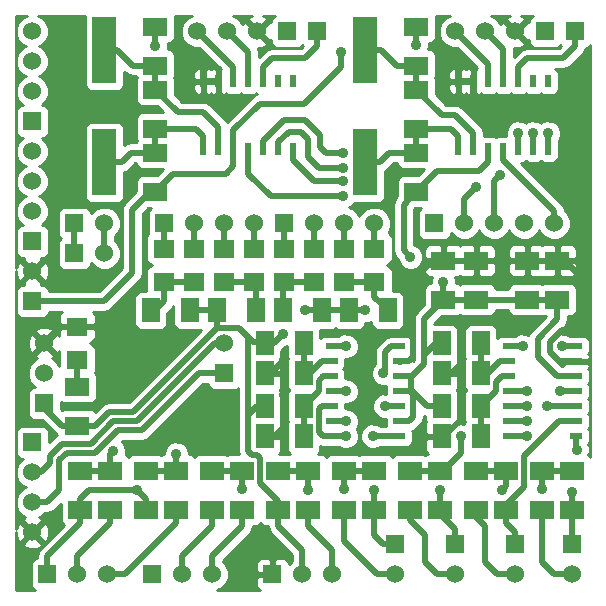
<source format=gtl>
G04 (created by PCBNEW (2013-07-07 BZR 4022)-stable) date 07/03/2014 16:09:31*
%MOIN*%
G04 Gerber Fmt 3.4, Leading zero omitted, Abs format*
%FSLAX34Y34*%
G01*
G70*
G90*
G04 APERTURE LIST*
%ADD10C,0.00590551*%
%ADD11R,0.019685X0.0393701*%
%ADD12R,0.0393701X0.019685*%
%ADD13R,0.0826772X0.220472*%
%ADD14R,0.08X0.06*%
%ADD15R,0.06X0.08*%
%ADD16R,0.06X0.06*%
%ADD17C,0.06*%
%ADD18R,0.0709X0.0629*%
%ADD19C,0.035*%
%ADD20C,0.019685*%
%ADD21C,0.01*%
G04 APERTURE END LIST*
G54D10*
G54D11*
X20300Y-16531D03*
X20800Y-16531D03*
X21300Y-16531D03*
X21800Y-16531D03*
X22300Y-16531D03*
X22800Y-16531D03*
X23300Y-16531D03*
X21300Y-14268D03*
X20800Y-14268D03*
X20300Y-14268D03*
X23300Y-14268D03*
X22800Y-14268D03*
X22300Y-14268D03*
X21800Y-14268D03*
G54D12*
X32731Y-26100D03*
X32731Y-25600D03*
X32731Y-25100D03*
X32731Y-24600D03*
X32731Y-24100D03*
X32731Y-23600D03*
X32731Y-23100D03*
X30468Y-25100D03*
X30468Y-25600D03*
X30468Y-26100D03*
X30468Y-23100D03*
X30468Y-23600D03*
X30468Y-24100D03*
X30468Y-24600D03*
X26831Y-26100D03*
X26831Y-25600D03*
X26831Y-25100D03*
X26831Y-24600D03*
X26831Y-24100D03*
X26831Y-23600D03*
X26831Y-23100D03*
X24568Y-25100D03*
X24568Y-25600D03*
X24568Y-26100D03*
X24568Y-23100D03*
X24568Y-23600D03*
X24568Y-24100D03*
X24568Y-24600D03*
G54D11*
X28800Y-16531D03*
X29300Y-16531D03*
X29800Y-16531D03*
X30300Y-16531D03*
X30800Y-16531D03*
X31300Y-16531D03*
X31800Y-16531D03*
X29800Y-14268D03*
X29300Y-14268D03*
X28800Y-14268D03*
X31800Y-14268D03*
X31300Y-14268D03*
X30800Y-14268D03*
X30300Y-14268D03*
G54D13*
X17000Y-13229D03*
X17000Y-16970D03*
X25700Y-13229D03*
X25700Y-16970D03*
G54D14*
X16200Y-27250D03*
X16200Y-28550D03*
G54D15*
X28250Y-25100D03*
X29550Y-25100D03*
X29550Y-26100D03*
X28250Y-26100D03*
X22350Y-23000D03*
X23650Y-23000D03*
X23650Y-24000D03*
X22350Y-24000D03*
X22350Y-25100D03*
X23650Y-25100D03*
X23650Y-26100D03*
X22350Y-26100D03*
G54D14*
X18400Y-27250D03*
X18400Y-28550D03*
X19400Y-28550D03*
X19400Y-27250D03*
X17200Y-28550D03*
X17200Y-27250D03*
X20600Y-27250D03*
X20600Y-28550D03*
X21600Y-28550D03*
X21600Y-27250D03*
X22800Y-27250D03*
X22800Y-28550D03*
X23800Y-28550D03*
X23800Y-27250D03*
X30400Y-27250D03*
X30400Y-28550D03*
G54D15*
X29550Y-24000D03*
X28250Y-24000D03*
G54D14*
X18700Y-17950D03*
X18700Y-16650D03*
X18700Y-12450D03*
X18700Y-13750D03*
X27400Y-14550D03*
X27400Y-15850D03*
X27400Y-17950D03*
X27400Y-16650D03*
X27400Y-12450D03*
X27400Y-13750D03*
X18700Y-14550D03*
X18700Y-15850D03*
X31600Y-28550D03*
X31600Y-27250D03*
X29400Y-28550D03*
X29400Y-27250D03*
X32600Y-27250D03*
X32600Y-28550D03*
X27200Y-28550D03*
X27200Y-27250D03*
X28200Y-27250D03*
X28200Y-28550D03*
X25000Y-28550D03*
X25000Y-27250D03*
X26000Y-27250D03*
X26000Y-28550D03*
G54D15*
X28250Y-23000D03*
X29550Y-23000D03*
G54D16*
X28000Y-19000D03*
G54D17*
X29000Y-19000D03*
X30000Y-19000D03*
X31000Y-19000D03*
X32000Y-19000D03*
G54D16*
X23100Y-12600D03*
G54D17*
X22100Y-12600D03*
X21100Y-12600D03*
X20100Y-12600D03*
G54D16*
X31700Y-12600D03*
G54D17*
X30700Y-12600D03*
X29700Y-12600D03*
X28700Y-12600D03*
G54D16*
X14600Y-15600D03*
G54D17*
X14600Y-14600D03*
X14600Y-13600D03*
X14600Y-12600D03*
G54D16*
X23000Y-19000D03*
G54D17*
X24000Y-19000D03*
X25000Y-19000D03*
X26000Y-19000D03*
G54D16*
X19000Y-19000D03*
G54D17*
X20000Y-19000D03*
X21000Y-19000D03*
X22000Y-19000D03*
G54D16*
X14600Y-19600D03*
G54D17*
X14600Y-18600D03*
X14600Y-17600D03*
X14600Y-16600D03*
G54D16*
X15100Y-30700D03*
G54D17*
X16100Y-30700D03*
X17100Y-30700D03*
G54D16*
X22600Y-30700D03*
G54D17*
X23600Y-30700D03*
X24600Y-30700D03*
G54D16*
X18600Y-30700D03*
G54D17*
X19600Y-30700D03*
X20600Y-30700D03*
G54D16*
X30700Y-29700D03*
G54D17*
X30700Y-30700D03*
G54D16*
X28700Y-29700D03*
G54D17*
X28700Y-30700D03*
G54D16*
X26700Y-29700D03*
G54D17*
X26700Y-30700D03*
G54D16*
X32600Y-29700D03*
G54D17*
X32600Y-30700D03*
G54D16*
X16000Y-20000D03*
G54D17*
X17000Y-20000D03*
G54D16*
X16000Y-19000D03*
G54D17*
X17000Y-19000D03*
G54D16*
X21000Y-24000D03*
G54D17*
X21000Y-23000D03*
G54D16*
X32700Y-12600D03*
X24100Y-12600D03*
X15000Y-25000D03*
G54D17*
X15000Y-24000D03*
X15000Y-23000D03*
G54D14*
X31100Y-21550D03*
X31100Y-20250D03*
X32100Y-21550D03*
X32100Y-20250D03*
X29400Y-21550D03*
X29400Y-20250D03*
X28300Y-21550D03*
X28300Y-20250D03*
G54D16*
X14600Y-26300D03*
G54D17*
X14600Y-27300D03*
X14600Y-28300D03*
X14600Y-29300D03*
G54D14*
X16100Y-25750D03*
X16100Y-24450D03*
G54D16*
X14600Y-21600D03*
G54D17*
X14600Y-20600D03*
G54D18*
X16100Y-22441D03*
X16100Y-23559D03*
G54D15*
X22050Y-21900D03*
X20750Y-21900D03*
X26450Y-21900D03*
X25150Y-21900D03*
X22950Y-21900D03*
X24250Y-21900D03*
X18550Y-21900D03*
X19850Y-21900D03*
G54D18*
X22000Y-19841D03*
X22000Y-20959D03*
X21000Y-19841D03*
X21000Y-20959D03*
X26000Y-19841D03*
X26000Y-20959D03*
X25000Y-19841D03*
X25000Y-20959D03*
X20000Y-19841D03*
X20000Y-20959D03*
X19000Y-19841D03*
X19000Y-20959D03*
X24000Y-19841D03*
X24000Y-20959D03*
X23000Y-19841D03*
X23000Y-20959D03*
G54D19*
X28200Y-27900D03*
X31100Y-26100D03*
X26000Y-27900D03*
X31100Y-25100D03*
X18100Y-27900D03*
X25050Y-26100D03*
X32600Y-27950D03*
X32200Y-24600D03*
X19250Y-25750D03*
X21300Y-25750D03*
X32900Y-20800D03*
X29775Y-14900D03*
X23000Y-24725D03*
X25850Y-23550D03*
X23000Y-23550D03*
X30250Y-20250D03*
X30250Y-22250D03*
X28800Y-13700D03*
X20300Y-13750D03*
X24950Y-18100D03*
X32750Y-26550D03*
X30250Y-27900D03*
X31600Y-27850D03*
X31750Y-25100D03*
X25000Y-27850D03*
X31100Y-24600D03*
X31100Y-25600D03*
X28900Y-26100D03*
X21600Y-27850D03*
X25950Y-26100D03*
X26350Y-25100D03*
X23800Y-27900D03*
X17300Y-26600D03*
X25050Y-24600D03*
X19400Y-26700D03*
X25050Y-25600D03*
X27200Y-20125D03*
X24875Y-13300D03*
X28300Y-20950D03*
X25700Y-21900D03*
X23700Y-21900D03*
X22950Y-22700D03*
X27400Y-13050D03*
X18700Y-13100D03*
X24950Y-17150D03*
X31300Y-16000D03*
X29400Y-17800D03*
X24950Y-17600D03*
X31800Y-16000D03*
X24950Y-16650D03*
X30800Y-16000D03*
X30200Y-17400D03*
X30950Y-23100D03*
X25050Y-23100D03*
X32250Y-23100D03*
X26300Y-24000D03*
G54D20*
X30468Y-26100D02*
X31100Y-26100D01*
X28200Y-27900D02*
X28200Y-28550D01*
X28200Y-28550D02*
X28200Y-28700D01*
X28700Y-29200D02*
X28700Y-29700D01*
X28200Y-28700D02*
X28700Y-29200D01*
X30468Y-25100D02*
X31100Y-25100D01*
X26000Y-27900D02*
X26000Y-28550D01*
X26000Y-28550D02*
X26000Y-29400D01*
X26300Y-29700D02*
X26700Y-29700D01*
X26000Y-29400D02*
X26300Y-29700D01*
X24568Y-26100D02*
X25050Y-26100D01*
X24568Y-25100D02*
X24250Y-25100D01*
X24300Y-26100D02*
X24568Y-26100D01*
X24150Y-25950D02*
X24300Y-26100D01*
X24150Y-25200D02*
X24150Y-25950D01*
X24250Y-25100D02*
X24150Y-25200D01*
X16200Y-28550D02*
X16200Y-28200D01*
X16200Y-28200D02*
X16500Y-27900D01*
X16500Y-27900D02*
X18100Y-27900D01*
X18400Y-28200D02*
X18400Y-28550D01*
X18100Y-27900D02*
X18400Y-28200D01*
X16200Y-28550D02*
X16200Y-29000D01*
X15100Y-30100D02*
X15100Y-30700D01*
X16200Y-29000D02*
X15100Y-30100D01*
X32731Y-24600D02*
X32200Y-24600D01*
X32600Y-27950D02*
X32600Y-28550D01*
X32600Y-29700D02*
X32600Y-28550D01*
X30400Y-28550D02*
X30400Y-28400D01*
X32150Y-25600D02*
X32731Y-25600D01*
X31000Y-26750D02*
X32150Y-25600D01*
X31000Y-27800D02*
X31000Y-26750D01*
X30400Y-28400D02*
X31000Y-27800D01*
X30700Y-29700D02*
X30700Y-29300D01*
X30400Y-29000D02*
X30400Y-28550D01*
X30700Y-29300D02*
X30400Y-29000D01*
X21300Y-25750D02*
X19250Y-25750D01*
X28250Y-26100D02*
X28325Y-26100D01*
X28875Y-23725D02*
X28900Y-23700D01*
X28875Y-25550D02*
X28875Y-23725D01*
X28325Y-26100D02*
X28875Y-25550D01*
X32100Y-20250D02*
X32350Y-20250D01*
X32350Y-20250D02*
X32900Y-20800D01*
X29775Y-14900D02*
X29500Y-14900D01*
X29500Y-14900D02*
X29300Y-14700D01*
X29300Y-14700D02*
X29300Y-14268D01*
X23000Y-23550D02*
X23000Y-24725D01*
X23000Y-23550D02*
X23000Y-25775D01*
X22675Y-26100D02*
X22350Y-26100D01*
X23000Y-25775D02*
X22675Y-26100D01*
X22350Y-24000D02*
X22550Y-24000D01*
X26950Y-22650D02*
X27300Y-22300D01*
X26200Y-22650D02*
X26950Y-22650D01*
X25850Y-23000D02*
X26200Y-22650D01*
X25850Y-23550D02*
X25850Y-23000D01*
X22550Y-24000D02*
X23000Y-23550D01*
X28250Y-24000D02*
X28600Y-24000D01*
X29150Y-22250D02*
X30250Y-22250D01*
X28900Y-22500D02*
X29150Y-22250D01*
X28900Y-23700D02*
X28900Y-22500D01*
X28600Y-24000D02*
X28900Y-23700D01*
X28800Y-14268D02*
X28800Y-13700D01*
X29300Y-14268D02*
X28800Y-14268D01*
X20800Y-14268D02*
X20300Y-14268D01*
X20300Y-14268D02*
X20300Y-13750D01*
X26831Y-23600D02*
X27150Y-23600D01*
X27950Y-20250D02*
X28300Y-20250D01*
X27300Y-20900D02*
X27950Y-20250D01*
X27300Y-23450D02*
X27300Y-22300D01*
X27300Y-22300D02*
X27300Y-20900D01*
X27150Y-23600D02*
X27300Y-23450D01*
X29400Y-20250D02*
X30250Y-20250D01*
X30250Y-20250D02*
X31100Y-20250D01*
X29400Y-20250D02*
X28300Y-20250D01*
X31100Y-20250D02*
X32100Y-20250D01*
X32731Y-23600D02*
X32150Y-23600D01*
X32900Y-20800D02*
X32350Y-20250D01*
X32900Y-22200D02*
X32900Y-20800D01*
X32550Y-22550D02*
X32900Y-22200D01*
X32250Y-22550D02*
X32550Y-22550D01*
X31850Y-22950D02*
X32250Y-22550D01*
X31850Y-23300D02*
X31850Y-22950D01*
X32150Y-23600D02*
X31850Y-23300D01*
X15000Y-23000D02*
X15000Y-22950D01*
X15509Y-22441D02*
X16100Y-22441D01*
X15000Y-22950D02*
X15509Y-22441D01*
X30468Y-23600D02*
X30200Y-23600D01*
X29800Y-24000D02*
X29550Y-24000D01*
X30200Y-23600D02*
X29800Y-24000D01*
X29550Y-23000D02*
X29550Y-24000D01*
X30468Y-24100D02*
X30250Y-24100D01*
X30050Y-24600D02*
X29550Y-25100D01*
X30050Y-24300D02*
X30050Y-24600D01*
X30250Y-24100D02*
X30050Y-24300D01*
X29550Y-25100D02*
X29550Y-26100D01*
X23650Y-23000D02*
X23650Y-24000D01*
X24568Y-23600D02*
X24250Y-23600D01*
X23850Y-24000D02*
X23650Y-24000D01*
X24250Y-23600D02*
X23850Y-24000D01*
X23650Y-25100D02*
X23650Y-26100D01*
X24568Y-24100D02*
X24300Y-24100D01*
X24150Y-24600D02*
X23650Y-25100D01*
X24150Y-24250D02*
X24150Y-24600D01*
X24300Y-24100D02*
X24150Y-24250D01*
X21800Y-17350D02*
X21800Y-16531D01*
X22550Y-18100D02*
X21800Y-17350D01*
X24950Y-18100D02*
X22550Y-18100D01*
X30300Y-16531D02*
X30300Y-16900D01*
X32000Y-18600D02*
X32000Y-19000D01*
X30300Y-16900D02*
X32000Y-18600D01*
X30400Y-27250D02*
X30400Y-27750D01*
X32731Y-26531D02*
X32731Y-26100D01*
X32750Y-26550D02*
X32731Y-26531D01*
X30400Y-27750D02*
X30250Y-27900D01*
X30400Y-27250D02*
X29400Y-27250D01*
X31600Y-27250D02*
X32600Y-27250D01*
X32731Y-25100D02*
X31750Y-25100D01*
X31600Y-27850D02*
X31600Y-27250D01*
X30468Y-24600D02*
X31100Y-24600D01*
X25000Y-27850D02*
X25000Y-27250D01*
X26000Y-27250D02*
X25000Y-27250D01*
X28200Y-27250D02*
X28300Y-27250D01*
X31100Y-25600D02*
X30468Y-25600D01*
X28900Y-26650D02*
X28900Y-26100D01*
X28300Y-27250D02*
X28900Y-26650D01*
X28200Y-27250D02*
X27200Y-27250D01*
X26831Y-26100D02*
X25950Y-26100D01*
X21600Y-27850D02*
X21600Y-27250D01*
X20600Y-27250D02*
X21600Y-27250D01*
X23800Y-27250D02*
X23800Y-27900D01*
X26350Y-25100D02*
X26831Y-25100D01*
X23800Y-27250D02*
X22800Y-27250D01*
X24568Y-24600D02*
X25050Y-24600D01*
X17200Y-26700D02*
X17200Y-27250D01*
X17300Y-26600D02*
X17200Y-26700D01*
X17200Y-27250D02*
X16200Y-27250D01*
X24568Y-25600D02*
X25050Y-25600D01*
X19400Y-26700D02*
X19400Y-27250D01*
X19400Y-27250D02*
X18400Y-27250D01*
X24000Y-19000D02*
X24000Y-19841D01*
X20000Y-19000D02*
X20000Y-19841D01*
X23000Y-19000D02*
X23000Y-19841D01*
X19000Y-19841D02*
X19000Y-19000D01*
X17000Y-13229D02*
X17429Y-13229D01*
X17950Y-13750D02*
X18700Y-13750D01*
X17429Y-13229D02*
X17950Y-13750D01*
X18700Y-14550D02*
X18700Y-13750D01*
X20800Y-16531D02*
X20800Y-15800D01*
X19450Y-15300D02*
X18700Y-14550D01*
X20300Y-15300D02*
X19450Y-15300D01*
X20800Y-15800D02*
X20300Y-15300D01*
X27400Y-13750D02*
X27400Y-14550D01*
X25700Y-13229D02*
X26220Y-13229D01*
X26740Y-13750D02*
X27400Y-13750D01*
X26220Y-13229D02*
X26740Y-13750D01*
X29300Y-16531D02*
X29300Y-16000D01*
X29300Y-16000D02*
X28700Y-15400D01*
X28700Y-15400D02*
X28250Y-15400D01*
X28250Y-15400D02*
X27400Y-14550D01*
X17000Y-16970D02*
X17570Y-16970D01*
X17890Y-16650D02*
X18700Y-16650D01*
X17570Y-16970D02*
X17890Y-16650D01*
X18700Y-15850D02*
X18700Y-16650D01*
X20300Y-16531D02*
X20300Y-16100D01*
X20050Y-15850D02*
X18700Y-15850D01*
X20300Y-16100D02*
X20050Y-15850D01*
X25700Y-16970D02*
X26179Y-16970D01*
X26500Y-16650D02*
X27400Y-16650D01*
X26179Y-16970D02*
X26500Y-16650D01*
X27400Y-16650D02*
X27400Y-15850D01*
X28800Y-16531D02*
X28800Y-16100D01*
X28550Y-15850D02*
X27400Y-15850D01*
X28800Y-16100D02*
X28550Y-15850D01*
X22350Y-25100D02*
X22100Y-25100D01*
X22100Y-25100D02*
X21800Y-25400D01*
X21800Y-25400D02*
X21800Y-22800D01*
X21800Y-22800D02*
X21500Y-22500D01*
X21500Y-22500D02*
X20750Y-22500D01*
X20750Y-22500D02*
X20750Y-21900D01*
X26831Y-24600D02*
X27200Y-24600D01*
X27200Y-24600D02*
X27300Y-24700D01*
X27150Y-25600D02*
X26831Y-25600D01*
X27300Y-25450D02*
X27150Y-25600D01*
X27300Y-24700D02*
X27300Y-25450D01*
X26831Y-24100D02*
X27250Y-24100D01*
X27250Y-24100D02*
X27225Y-24125D01*
X27225Y-24575D02*
X27200Y-24600D01*
X27225Y-24125D02*
X27225Y-24575D01*
X28250Y-23000D02*
X28050Y-23000D01*
X28050Y-23000D02*
X27650Y-23400D01*
X27400Y-17950D02*
X26975Y-18375D01*
X26975Y-19900D02*
X27200Y-20125D01*
X26975Y-18375D02*
X26975Y-19900D01*
X21300Y-16531D02*
X21300Y-15900D01*
X24875Y-13800D02*
X24875Y-13300D01*
X23650Y-15025D02*
X24875Y-13800D01*
X22175Y-15025D02*
X23650Y-15025D01*
X21300Y-15900D02*
X22175Y-15025D01*
X18700Y-17950D02*
X18525Y-17950D01*
X16975Y-21600D02*
X14600Y-21600D01*
X17925Y-20650D02*
X16975Y-21600D01*
X17925Y-18550D02*
X17925Y-20650D01*
X18525Y-17950D02*
X17925Y-18550D01*
X22800Y-28250D02*
X22800Y-28550D01*
X22200Y-27650D02*
X22800Y-28250D01*
X22200Y-26825D02*
X22200Y-27650D01*
X22100Y-26725D02*
X22200Y-26825D01*
X21925Y-26725D02*
X22100Y-26725D01*
X21800Y-26600D02*
X21925Y-26725D01*
X21800Y-25400D02*
X21800Y-26600D01*
X22100Y-25100D02*
X21800Y-25400D01*
X28250Y-25100D02*
X27750Y-25100D01*
X27250Y-24600D02*
X26831Y-24600D01*
X27750Y-25100D02*
X27250Y-24600D01*
X28300Y-21550D02*
X28300Y-20950D01*
X25700Y-21900D02*
X25150Y-21900D01*
X31100Y-21550D02*
X29400Y-21550D01*
X22350Y-23000D02*
X22650Y-23000D01*
X23700Y-21900D02*
X24250Y-21900D01*
X22650Y-23000D02*
X22950Y-22700D01*
X20750Y-22500D02*
X21500Y-22500D01*
X22300Y-22950D02*
X22350Y-23000D01*
X21950Y-22950D02*
X22300Y-22950D01*
X21500Y-22500D02*
X21950Y-22950D01*
X16100Y-25750D02*
X16700Y-25750D01*
X20750Y-22500D02*
X20750Y-21900D01*
X17950Y-25300D02*
X20750Y-22500D01*
X17150Y-25300D02*
X17950Y-25300D01*
X16700Y-25750D02*
X17150Y-25300D01*
X27400Y-13050D02*
X27400Y-12450D01*
X18700Y-13100D02*
X18700Y-12450D01*
X21300Y-16531D02*
X21300Y-17100D01*
X19300Y-17350D02*
X18700Y-17950D01*
X21050Y-17350D02*
X19300Y-17350D01*
X21300Y-17100D02*
X21050Y-17350D01*
X29800Y-16531D02*
X29800Y-16950D01*
X28100Y-17250D02*
X27400Y-17950D01*
X29500Y-17250D02*
X28100Y-17250D01*
X29800Y-16950D02*
X29500Y-17250D01*
X27650Y-22200D02*
X28300Y-21550D01*
X27650Y-23700D02*
X27650Y-23400D01*
X27650Y-23400D02*
X27650Y-22200D01*
X27250Y-24100D02*
X27650Y-23700D01*
X32731Y-24100D02*
X32100Y-24100D01*
X32100Y-22200D02*
X32100Y-21550D01*
X31450Y-22850D02*
X32100Y-22200D01*
X31450Y-23450D02*
X31450Y-22850D01*
X32100Y-24100D02*
X31450Y-23450D01*
X29400Y-21550D02*
X28300Y-21550D01*
X32100Y-21550D02*
X31100Y-21550D01*
X15000Y-25000D02*
X15000Y-25150D01*
X15600Y-25750D02*
X16100Y-25750D01*
X15000Y-25150D02*
X15600Y-25750D01*
X24250Y-21900D02*
X25150Y-21900D01*
X19850Y-21900D02*
X20750Y-21900D01*
X20600Y-28550D02*
X20600Y-29100D01*
X19600Y-30100D02*
X19600Y-30700D01*
X20600Y-29100D02*
X19600Y-30100D01*
X22800Y-28550D02*
X22800Y-29100D01*
X22800Y-29100D02*
X23600Y-29900D01*
X23600Y-29900D02*
X23600Y-30700D01*
X25000Y-19000D02*
X25000Y-19841D01*
X21000Y-19000D02*
X21000Y-19841D01*
X26000Y-19000D02*
X26000Y-19841D01*
X22000Y-19000D02*
X22000Y-19841D01*
X29800Y-14268D02*
X29800Y-13700D01*
X29800Y-13700D02*
X28700Y-12600D01*
X30300Y-14268D02*
X30300Y-13200D01*
X30300Y-13200D02*
X29700Y-12600D01*
X30800Y-14268D02*
X30800Y-13800D01*
X32700Y-13100D02*
X32700Y-12600D01*
X32300Y-13500D02*
X32700Y-13100D01*
X31100Y-13500D02*
X32300Y-13500D01*
X30800Y-13800D02*
X31100Y-13500D01*
X22800Y-16300D02*
X22800Y-16531D01*
X23150Y-15950D02*
X22800Y-16300D01*
X23550Y-15950D02*
X23150Y-15950D01*
X23800Y-16200D02*
X23550Y-15950D01*
X23800Y-16800D02*
X23800Y-16200D01*
X24150Y-17150D02*
X23800Y-16800D01*
X24950Y-17150D02*
X24150Y-17150D01*
X29000Y-19000D02*
X29000Y-18200D01*
X31300Y-16000D02*
X31300Y-16531D01*
X29000Y-18200D02*
X29400Y-17800D01*
X23300Y-16900D02*
X23300Y-16531D01*
X24000Y-17600D02*
X23300Y-16900D01*
X24950Y-17600D02*
X24000Y-17600D01*
X31800Y-16531D02*
X31800Y-16000D01*
X22000Y-20959D02*
X21000Y-20959D01*
X22050Y-21900D02*
X22050Y-21009D01*
X22050Y-21009D02*
X22000Y-20959D01*
X26000Y-20959D02*
X26000Y-21450D01*
X26000Y-21450D02*
X26450Y-21900D01*
X25000Y-20959D02*
X26000Y-20959D01*
X16100Y-23559D02*
X16100Y-24450D01*
X23000Y-20959D02*
X24000Y-20959D01*
X22950Y-21900D02*
X22950Y-21009D01*
X22950Y-21009D02*
X23000Y-20959D01*
X19000Y-20959D02*
X20000Y-20959D01*
X18550Y-21900D02*
X18700Y-21900D01*
X19000Y-21600D02*
X19000Y-20959D01*
X18700Y-21900D02*
X19000Y-21600D01*
X17000Y-20000D02*
X17000Y-19000D01*
X21300Y-14268D02*
X21300Y-13800D01*
X21300Y-13800D02*
X20100Y-12600D01*
X21800Y-14268D02*
X21800Y-13300D01*
X21800Y-13300D02*
X21100Y-12600D01*
X22300Y-14268D02*
X22300Y-13800D01*
X24100Y-13100D02*
X24100Y-12600D01*
X23700Y-13500D02*
X24100Y-13100D01*
X22600Y-13500D02*
X23700Y-13500D01*
X22300Y-13800D02*
X22600Y-13500D01*
X22300Y-16250D02*
X22300Y-16531D01*
X23000Y-15550D02*
X22300Y-16250D01*
X23700Y-15550D02*
X23000Y-15550D01*
X24200Y-16050D02*
X23700Y-15550D01*
X24200Y-16450D02*
X24200Y-16050D01*
X24400Y-16650D02*
X24200Y-16450D01*
X24950Y-16650D02*
X24400Y-16650D01*
X30000Y-19000D02*
X30000Y-17600D01*
X30800Y-16000D02*
X30800Y-16531D01*
X30000Y-17600D02*
X30200Y-17400D01*
X30950Y-23100D02*
X30468Y-23100D01*
X25050Y-23100D02*
X24568Y-23100D01*
X14600Y-27300D02*
X14900Y-27300D01*
X20700Y-23000D02*
X21000Y-23000D01*
X18100Y-25600D02*
X20700Y-23000D01*
X17296Y-25600D02*
X18100Y-25600D01*
X16546Y-26350D02*
X17296Y-25600D01*
X15600Y-26350D02*
X16546Y-26350D01*
X15200Y-26750D02*
X15600Y-26350D01*
X15200Y-27000D02*
X15200Y-26750D01*
X14900Y-27300D02*
X15200Y-27000D01*
X32250Y-23100D02*
X32731Y-23100D01*
X26550Y-23100D02*
X26831Y-23100D01*
X26350Y-23300D02*
X26550Y-23100D01*
X26350Y-23950D02*
X26350Y-23300D01*
X26300Y-24000D02*
X26350Y-23950D01*
X14600Y-28300D02*
X15100Y-28300D01*
X20150Y-24000D02*
X21000Y-24000D01*
X18250Y-25900D02*
X20150Y-24000D01*
X17450Y-25900D02*
X18250Y-25900D01*
X16700Y-26650D02*
X17450Y-25900D01*
X15750Y-26650D02*
X16700Y-26650D01*
X15500Y-26900D02*
X15750Y-26650D01*
X15500Y-27900D02*
X15500Y-26900D01*
X15100Y-28300D02*
X15500Y-27900D01*
X27200Y-28550D02*
X27200Y-28900D01*
X28100Y-30700D02*
X28700Y-30700D01*
X27700Y-30300D02*
X28100Y-30700D01*
X27700Y-29400D02*
X27700Y-30300D01*
X27200Y-28900D02*
X27700Y-29400D01*
X25000Y-28550D02*
X25000Y-29600D01*
X26100Y-30700D02*
X26700Y-30700D01*
X25000Y-29600D02*
X26100Y-30700D01*
X17200Y-28550D02*
X17200Y-29000D01*
X16100Y-30100D02*
X16100Y-30700D01*
X17200Y-29000D02*
X16100Y-30100D01*
X19400Y-28550D02*
X19400Y-29000D01*
X17700Y-30700D02*
X17100Y-30700D01*
X19400Y-29000D02*
X17700Y-30700D01*
X32600Y-30700D02*
X32000Y-30700D01*
X31600Y-30300D02*
X31600Y-28550D01*
X32000Y-30700D02*
X31600Y-30300D01*
X29400Y-28550D02*
X29400Y-28800D01*
X30100Y-30700D02*
X30700Y-30700D01*
X29700Y-30300D02*
X30100Y-30700D01*
X29700Y-29100D02*
X29700Y-30300D01*
X29400Y-28800D02*
X29700Y-29100D01*
X23800Y-28550D02*
X23800Y-29100D01*
X24600Y-29900D02*
X24600Y-30700D01*
X23800Y-29100D02*
X24600Y-29900D01*
X21600Y-28550D02*
X21600Y-29100D01*
X20600Y-30100D02*
X20600Y-30700D01*
X21600Y-29100D02*
X20600Y-30100D01*
X16000Y-19000D02*
X16000Y-20000D01*
G54D10*
G36*
X18657Y-30750D02*
X18650Y-30750D01*
X18650Y-30757D01*
X18550Y-30757D01*
X18550Y-30750D01*
X18542Y-30750D01*
X18542Y-30650D01*
X18550Y-30650D01*
X18550Y-30642D01*
X18650Y-30642D01*
X18650Y-30650D01*
X18657Y-30650D01*
X18657Y-30750D01*
X18657Y-30750D01*
G37*
G54D21*
X18657Y-30750D02*
X18650Y-30750D01*
X18650Y-30757D01*
X18550Y-30757D01*
X18550Y-30750D01*
X18542Y-30750D01*
X18542Y-30650D01*
X18550Y-30650D01*
X18550Y-30642D01*
X18650Y-30642D01*
X18650Y-30650D01*
X18657Y-30650D01*
X18657Y-30750D01*
G54D10*
G36*
X20212Y-22544D02*
X17805Y-24951D01*
X17150Y-24951D01*
X17150Y-24951D01*
X17016Y-24978D01*
X16903Y-25053D01*
X16903Y-25053D01*
X16680Y-25276D01*
X16641Y-25238D01*
X16549Y-25200D01*
X16450Y-25199D01*
X15650Y-25199D01*
X15574Y-25231D01*
X15550Y-25207D01*
X15550Y-24953D01*
X15558Y-24961D01*
X15650Y-24999D01*
X15749Y-25000D01*
X16549Y-25000D01*
X16641Y-24962D01*
X16711Y-24891D01*
X16749Y-24799D01*
X16750Y-24700D01*
X16750Y-24100D01*
X16712Y-24008D01*
X16681Y-23978D01*
X16704Y-23923D01*
X16704Y-23823D01*
X16704Y-23194D01*
X16666Y-23103D01*
X16596Y-23032D01*
X16517Y-23000D01*
X16596Y-22967D01*
X16666Y-22896D01*
X16704Y-22805D01*
X16704Y-22553D01*
X16642Y-22491D01*
X16150Y-22491D01*
X16150Y-22498D01*
X16050Y-22498D01*
X16050Y-22491D01*
X15558Y-22491D01*
X15495Y-22553D01*
X15495Y-22746D01*
X15481Y-22712D01*
X15385Y-22684D01*
X15315Y-22755D01*
X15315Y-22614D01*
X15287Y-22518D01*
X15081Y-22445D01*
X14863Y-22456D01*
X14712Y-22518D01*
X14684Y-22614D01*
X15000Y-22929D01*
X15315Y-22614D01*
X15315Y-22755D01*
X15070Y-23000D01*
X15385Y-23315D01*
X15481Y-23287D01*
X15495Y-23247D01*
X15495Y-23294D01*
X15495Y-23758D01*
X15466Y-23688D01*
X15311Y-23534D01*
X15236Y-23502D01*
X15287Y-23481D01*
X15315Y-23385D01*
X15000Y-23070D01*
X14929Y-23141D01*
X14929Y-23000D01*
X14614Y-22684D01*
X14518Y-22712D01*
X14445Y-22918D01*
X14456Y-23136D01*
X14518Y-23287D01*
X14614Y-23315D01*
X14929Y-23000D01*
X14929Y-23141D01*
X14684Y-23385D01*
X14712Y-23481D01*
X14767Y-23500D01*
X14688Y-23533D01*
X14534Y-23688D01*
X14450Y-23890D01*
X14449Y-24108D01*
X14533Y-24311D01*
X14672Y-24449D01*
X14650Y-24449D01*
X14558Y-24487D01*
X14488Y-24558D01*
X14450Y-24650D01*
X14449Y-24749D01*
X14449Y-25349D01*
X14487Y-25441D01*
X14558Y-25511D01*
X14650Y-25549D01*
X14749Y-25550D01*
X14907Y-25550D01*
X15353Y-25996D01*
X15353Y-25996D01*
X15433Y-26050D01*
X15353Y-26103D01*
X15353Y-26103D01*
X15150Y-26307D01*
X15150Y-25950D01*
X15112Y-25858D01*
X15041Y-25788D01*
X14949Y-25750D01*
X14850Y-25749D01*
X14250Y-25749D01*
X14158Y-25787D01*
X14088Y-25858D01*
X14050Y-25950D01*
X14049Y-26049D01*
X14049Y-26649D01*
X14087Y-26741D01*
X14158Y-26811D01*
X14250Y-26849D01*
X14272Y-26849D01*
X14134Y-26988D01*
X14050Y-27190D01*
X14049Y-27408D01*
X14133Y-27611D01*
X14288Y-27765D01*
X14369Y-27799D01*
X14288Y-27833D01*
X14134Y-27988D01*
X14050Y-28190D01*
X14049Y-28408D01*
X14133Y-28611D01*
X14288Y-28765D01*
X14363Y-28797D01*
X14312Y-28818D01*
X14284Y-28914D01*
X14600Y-29229D01*
X14915Y-28914D01*
X14887Y-28818D01*
X14832Y-28799D01*
X14911Y-28766D01*
X15029Y-28648D01*
X15099Y-28648D01*
X15100Y-28648D01*
X15100Y-28648D01*
X15211Y-28626D01*
X15233Y-28621D01*
X15233Y-28621D01*
X15346Y-28546D01*
X15549Y-28342D01*
X15549Y-28899D01*
X15587Y-28991D01*
X15651Y-29055D01*
X15154Y-29552D01*
X15154Y-29381D01*
X15143Y-29163D01*
X15081Y-29012D01*
X14985Y-28984D01*
X14670Y-29300D01*
X14985Y-29615D01*
X15081Y-29587D01*
X15154Y-29381D01*
X15154Y-29552D01*
X14915Y-29792D01*
X14915Y-29685D01*
X14600Y-29370D01*
X14284Y-29685D01*
X14312Y-29781D01*
X14518Y-29854D01*
X14736Y-29843D01*
X14887Y-29781D01*
X14915Y-29685D01*
X14915Y-29792D01*
X14853Y-29853D01*
X14778Y-29966D01*
X14773Y-29988D01*
X14751Y-30100D01*
X14751Y-30100D01*
X14751Y-30149D01*
X14750Y-30149D01*
X14658Y-30187D01*
X14588Y-30258D01*
X14550Y-30350D01*
X14549Y-30449D01*
X14549Y-31049D01*
X14587Y-31141D01*
X14658Y-31211D01*
X14693Y-31226D01*
X14049Y-31226D01*
X14049Y-29298D01*
X14056Y-29436D01*
X14118Y-29587D01*
X14214Y-29615D01*
X14529Y-29300D01*
X14214Y-28984D01*
X14118Y-29012D01*
X14049Y-29207D01*
X14049Y-20598D01*
X14056Y-20736D01*
X14118Y-20887D01*
X14214Y-20915D01*
X14529Y-20600D01*
X14214Y-20284D01*
X14118Y-20312D01*
X14049Y-20507D01*
X14049Y-12080D01*
X14416Y-12080D01*
X14288Y-12133D01*
X14134Y-12288D01*
X14050Y-12490D01*
X14049Y-12708D01*
X14133Y-12911D01*
X14288Y-13065D01*
X14369Y-13099D01*
X14288Y-13133D01*
X14134Y-13288D01*
X14050Y-13490D01*
X14049Y-13708D01*
X14133Y-13911D01*
X14288Y-14065D01*
X14369Y-14099D01*
X14288Y-14133D01*
X14134Y-14288D01*
X14050Y-14490D01*
X14049Y-14708D01*
X14133Y-14911D01*
X14272Y-15049D01*
X14250Y-15049D01*
X14158Y-15087D01*
X14088Y-15158D01*
X14050Y-15250D01*
X14049Y-15349D01*
X14049Y-15949D01*
X14087Y-16041D01*
X14158Y-16111D01*
X14250Y-16149D01*
X14272Y-16149D01*
X14134Y-16288D01*
X14050Y-16490D01*
X14049Y-16708D01*
X14133Y-16911D01*
X14288Y-17065D01*
X14369Y-17099D01*
X14288Y-17133D01*
X14134Y-17288D01*
X14050Y-17490D01*
X14049Y-17708D01*
X14133Y-17911D01*
X14288Y-18065D01*
X14369Y-18099D01*
X14288Y-18133D01*
X14134Y-18288D01*
X14050Y-18490D01*
X14049Y-18708D01*
X14133Y-18911D01*
X14272Y-19049D01*
X14250Y-19049D01*
X14158Y-19087D01*
X14088Y-19158D01*
X14050Y-19250D01*
X14049Y-19349D01*
X14049Y-19949D01*
X14087Y-20041D01*
X14158Y-20111D01*
X14250Y-20149D01*
X14303Y-20150D01*
X14284Y-20214D01*
X14600Y-20529D01*
X14915Y-20214D01*
X14896Y-20150D01*
X14949Y-20150D01*
X15041Y-20112D01*
X15111Y-20041D01*
X15149Y-19949D01*
X15150Y-19850D01*
X15150Y-19250D01*
X15112Y-19158D01*
X15041Y-19088D01*
X14949Y-19050D01*
X14927Y-19050D01*
X15065Y-18911D01*
X15149Y-18709D01*
X15150Y-18491D01*
X15066Y-18288D01*
X14911Y-18134D01*
X14830Y-18100D01*
X14911Y-18066D01*
X15065Y-17911D01*
X15149Y-17709D01*
X15150Y-17491D01*
X15066Y-17288D01*
X14911Y-17134D01*
X14830Y-17100D01*
X14911Y-17066D01*
X15065Y-16911D01*
X15149Y-16709D01*
X15150Y-16491D01*
X15066Y-16288D01*
X14927Y-16150D01*
X14949Y-16150D01*
X15041Y-16112D01*
X15111Y-16041D01*
X15149Y-15949D01*
X15150Y-15850D01*
X15150Y-15250D01*
X15112Y-15158D01*
X15041Y-15088D01*
X14949Y-15050D01*
X14927Y-15050D01*
X15065Y-14911D01*
X15149Y-14709D01*
X15150Y-14491D01*
X15066Y-14288D01*
X14911Y-14134D01*
X14830Y-14100D01*
X14911Y-14066D01*
X15065Y-13911D01*
X15149Y-13709D01*
X15150Y-13491D01*
X15066Y-13288D01*
X14911Y-13134D01*
X14830Y-13100D01*
X14911Y-13066D01*
X15065Y-12911D01*
X15149Y-12709D01*
X15150Y-12491D01*
X15066Y-12288D01*
X14911Y-12134D01*
X14783Y-12080D01*
X16336Y-12080D01*
X16336Y-12177D01*
X16336Y-14381D01*
X16374Y-14473D01*
X16444Y-14544D01*
X16536Y-14582D01*
X16636Y-14582D01*
X17462Y-14582D01*
X17554Y-14544D01*
X17625Y-14474D01*
X17663Y-14382D01*
X17663Y-14282D01*
X17663Y-13956D01*
X17703Y-13996D01*
X17703Y-13996D01*
X17816Y-14071D01*
X17950Y-14098D01*
X17950Y-14098D01*
X17950Y-14098D01*
X18049Y-14098D01*
X18049Y-14099D01*
X18070Y-14150D01*
X18050Y-14200D01*
X18049Y-14299D01*
X18049Y-14899D01*
X18087Y-14991D01*
X18158Y-15061D01*
X18250Y-15099D01*
X18349Y-15100D01*
X18757Y-15100D01*
X18957Y-15299D01*
X18250Y-15299D01*
X18158Y-15337D01*
X18088Y-15408D01*
X18050Y-15500D01*
X18049Y-15599D01*
X18049Y-16199D01*
X18070Y-16250D01*
X18050Y-16300D01*
X18050Y-16301D01*
X17890Y-16301D01*
X17756Y-16328D01*
X17663Y-16390D01*
X17663Y-15818D01*
X17625Y-15726D01*
X17555Y-15655D01*
X17463Y-15617D01*
X17363Y-15617D01*
X16537Y-15617D01*
X16445Y-15655D01*
X16374Y-15725D01*
X16336Y-15817D01*
X16336Y-15917D01*
X16336Y-18121D01*
X16374Y-18213D01*
X16444Y-18284D01*
X16536Y-18322D01*
X16636Y-18322D01*
X17462Y-18322D01*
X17554Y-18284D01*
X17625Y-18214D01*
X17663Y-18122D01*
X17663Y-18022D01*
X17663Y-17299D01*
X17681Y-17296D01*
X17703Y-17291D01*
X17703Y-17291D01*
X17816Y-17216D01*
X18034Y-16998D01*
X18049Y-16998D01*
X18049Y-16999D01*
X18087Y-17091D01*
X18158Y-17161D01*
X18250Y-17199D01*
X18349Y-17200D01*
X18957Y-17200D01*
X18757Y-17399D01*
X18250Y-17399D01*
X18158Y-17437D01*
X18088Y-17508D01*
X18050Y-17600D01*
X18049Y-17699D01*
X18049Y-17932D01*
X17678Y-18303D01*
X17603Y-18416D01*
X17598Y-18438D01*
X17576Y-18550D01*
X17576Y-18550D01*
X17576Y-20505D01*
X17550Y-20532D01*
X17550Y-19891D01*
X17466Y-19688D01*
X17348Y-19570D01*
X17348Y-19429D01*
X17465Y-19311D01*
X17549Y-19109D01*
X17550Y-18891D01*
X17466Y-18688D01*
X17311Y-18534D01*
X17109Y-18450D01*
X16891Y-18449D01*
X16688Y-18533D01*
X16550Y-18672D01*
X16550Y-18650D01*
X16512Y-18558D01*
X16441Y-18488D01*
X16349Y-18450D01*
X16250Y-18449D01*
X15650Y-18449D01*
X15558Y-18487D01*
X15488Y-18558D01*
X15450Y-18650D01*
X15449Y-18749D01*
X15449Y-19349D01*
X15487Y-19441D01*
X15546Y-19500D01*
X15488Y-19558D01*
X15450Y-19650D01*
X15449Y-19749D01*
X15449Y-20349D01*
X15487Y-20441D01*
X15558Y-20511D01*
X15650Y-20549D01*
X15749Y-20550D01*
X16349Y-20550D01*
X16441Y-20512D01*
X16511Y-20441D01*
X16549Y-20349D01*
X16549Y-20327D01*
X16688Y-20465D01*
X16890Y-20549D01*
X17108Y-20550D01*
X17311Y-20466D01*
X17465Y-20311D01*
X17549Y-20109D01*
X17550Y-19891D01*
X17550Y-20532D01*
X16830Y-21251D01*
X15154Y-21251D01*
X15154Y-20681D01*
X15143Y-20463D01*
X15081Y-20312D01*
X14985Y-20284D01*
X14670Y-20600D01*
X14985Y-20915D01*
X15081Y-20887D01*
X15154Y-20681D01*
X15154Y-21251D01*
X15150Y-21251D01*
X15150Y-21250D01*
X15112Y-21158D01*
X15041Y-21088D01*
X14949Y-21050D01*
X14896Y-21049D01*
X14915Y-20985D01*
X14600Y-20670D01*
X14284Y-20985D01*
X14303Y-21049D01*
X14250Y-21049D01*
X14158Y-21087D01*
X14088Y-21158D01*
X14050Y-21250D01*
X14049Y-21349D01*
X14049Y-21949D01*
X14087Y-22041D01*
X14158Y-22111D01*
X14250Y-22149D01*
X14349Y-22150D01*
X14949Y-22150D01*
X15041Y-22112D01*
X15111Y-22041D01*
X15149Y-21949D01*
X15149Y-21948D01*
X15570Y-21948D01*
X15533Y-21985D01*
X15495Y-22076D01*
X15495Y-22328D01*
X15558Y-22391D01*
X16050Y-22391D01*
X16050Y-22383D01*
X16150Y-22383D01*
X16150Y-22391D01*
X16642Y-22391D01*
X16704Y-22328D01*
X16704Y-22076D01*
X16666Y-21985D01*
X16629Y-21948D01*
X16974Y-21948D01*
X16975Y-21948D01*
X16975Y-21948D01*
X17086Y-21926D01*
X17108Y-21921D01*
X17108Y-21921D01*
X17221Y-21846D01*
X18171Y-20896D01*
X18171Y-20896D01*
X18171Y-20896D01*
X18246Y-20783D01*
X18273Y-20650D01*
X18273Y-18694D01*
X18467Y-18500D01*
X18546Y-18500D01*
X18488Y-18558D01*
X18450Y-18650D01*
X18449Y-18749D01*
X18449Y-19349D01*
X18455Y-19362D01*
X18433Y-19384D01*
X18395Y-19476D01*
X18395Y-19576D01*
X18395Y-20205D01*
X18433Y-20296D01*
X18503Y-20367D01*
X18582Y-20400D01*
X18504Y-20432D01*
X18433Y-20502D01*
X18395Y-20594D01*
X18395Y-20694D01*
X18395Y-21249D01*
X18200Y-21249D01*
X18108Y-21287D01*
X18038Y-21358D01*
X18000Y-21450D01*
X17999Y-21549D01*
X17999Y-22349D01*
X18037Y-22441D01*
X18108Y-22511D01*
X18200Y-22549D01*
X18299Y-22550D01*
X18899Y-22550D01*
X18991Y-22512D01*
X19061Y-22441D01*
X19099Y-22349D01*
X19100Y-22250D01*
X19100Y-21992D01*
X19246Y-21846D01*
X19246Y-21846D01*
X19246Y-21846D01*
X19299Y-21766D01*
X19299Y-22349D01*
X19337Y-22441D01*
X19408Y-22511D01*
X19500Y-22549D01*
X19599Y-22550D01*
X20199Y-22550D01*
X20212Y-22544D01*
X20212Y-22544D01*
G37*
G54D21*
X20212Y-22544D02*
X17805Y-24951D01*
X17150Y-24951D01*
X17150Y-24951D01*
X17016Y-24978D01*
X16903Y-25053D01*
X16903Y-25053D01*
X16680Y-25276D01*
X16641Y-25238D01*
X16549Y-25200D01*
X16450Y-25199D01*
X15650Y-25199D01*
X15574Y-25231D01*
X15550Y-25207D01*
X15550Y-24953D01*
X15558Y-24961D01*
X15650Y-24999D01*
X15749Y-25000D01*
X16549Y-25000D01*
X16641Y-24962D01*
X16711Y-24891D01*
X16749Y-24799D01*
X16750Y-24700D01*
X16750Y-24100D01*
X16712Y-24008D01*
X16681Y-23978D01*
X16704Y-23923D01*
X16704Y-23823D01*
X16704Y-23194D01*
X16666Y-23103D01*
X16596Y-23032D01*
X16517Y-23000D01*
X16596Y-22967D01*
X16666Y-22896D01*
X16704Y-22805D01*
X16704Y-22553D01*
X16642Y-22491D01*
X16150Y-22491D01*
X16150Y-22498D01*
X16050Y-22498D01*
X16050Y-22491D01*
X15558Y-22491D01*
X15495Y-22553D01*
X15495Y-22746D01*
X15481Y-22712D01*
X15385Y-22684D01*
X15315Y-22755D01*
X15315Y-22614D01*
X15287Y-22518D01*
X15081Y-22445D01*
X14863Y-22456D01*
X14712Y-22518D01*
X14684Y-22614D01*
X15000Y-22929D01*
X15315Y-22614D01*
X15315Y-22755D01*
X15070Y-23000D01*
X15385Y-23315D01*
X15481Y-23287D01*
X15495Y-23247D01*
X15495Y-23294D01*
X15495Y-23758D01*
X15466Y-23688D01*
X15311Y-23534D01*
X15236Y-23502D01*
X15287Y-23481D01*
X15315Y-23385D01*
X15000Y-23070D01*
X14929Y-23141D01*
X14929Y-23000D01*
X14614Y-22684D01*
X14518Y-22712D01*
X14445Y-22918D01*
X14456Y-23136D01*
X14518Y-23287D01*
X14614Y-23315D01*
X14929Y-23000D01*
X14929Y-23141D01*
X14684Y-23385D01*
X14712Y-23481D01*
X14767Y-23500D01*
X14688Y-23533D01*
X14534Y-23688D01*
X14450Y-23890D01*
X14449Y-24108D01*
X14533Y-24311D01*
X14672Y-24449D01*
X14650Y-24449D01*
X14558Y-24487D01*
X14488Y-24558D01*
X14450Y-24650D01*
X14449Y-24749D01*
X14449Y-25349D01*
X14487Y-25441D01*
X14558Y-25511D01*
X14650Y-25549D01*
X14749Y-25550D01*
X14907Y-25550D01*
X15353Y-25996D01*
X15353Y-25996D01*
X15433Y-26050D01*
X15353Y-26103D01*
X15353Y-26103D01*
X15150Y-26307D01*
X15150Y-25950D01*
X15112Y-25858D01*
X15041Y-25788D01*
X14949Y-25750D01*
X14850Y-25749D01*
X14250Y-25749D01*
X14158Y-25787D01*
X14088Y-25858D01*
X14050Y-25950D01*
X14049Y-26049D01*
X14049Y-26649D01*
X14087Y-26741D01*
X14158Y-26811D01*
X14250Y-26849D01*
X14272Y-26849D01*
X14134Y-26988D01*
X14050Y-27190D01*
X14049Y-27408D01*
X14133Y-27611D01*
X14288Y-27765D01*
X14369Y-27799D01*
X14288Y-27833D01*
X14134Y-27988D01*
X14050Y-28190D01*
X14049Y-28408D01*
X14133Y-28611D01*
X14288Y-28765D01*
X14363Y-28797D01*
X14312Y-28818D01*
X14284Y-28914D01*
X14600Y-29229D01*
X14915Y-28914D01*
X14887Y-28818D01*
X14832Y-28799D01*
X14911Y-28766D01*
X15029Y-28648D01*
X15099Y-28648D01*
X15100Y-28648D01*
X15100Y-28648D01*
X15211Y-28626D01*
X15233Y-28621D01*
X15233Y-28621D01*
X15346Y-28546D01*
X15549Y-28342D01*
X15549Y-28899D01*
X15587Y-28991D01*
X15651Y-29055D01*
X15154Y-29552D01*
X15154Y-29381D01*
X15143Y-29163D01*
X15081Y-29012D01*
X14985Y-28984D01*
X14670Y-29300D01*
X14985Y-29615D01*
X15081Y-29587D01*
X15154Y-29381D01*
X15154Y-29552D01*
X14915Y-29792D01*
X14915Y-29685D01*
X14600Y-29370D01*
X14284Y-29685D01*
X14312Y-29781D01*
X14518Y-29854D01*
X14736Y-29843D01*
X14887Y-29781D01*
X14915Y-29685D01*
X14915Y-29792D01*
X14853Y-29853D01*
X14778Y-29966D01*
X14773Y-29988D01*
X14751Y-30100D01*
X14751Y-30100D01*
X14751Y-30149D01*
X14750Y-30149D01*
X14658Y-30187D01*
X14588Y-30258D01*
X14550Y-30350D01*
X14549Y-30449D01*
X14549Y-31049D01*
X14587Y-31141D01*
X14658Y-31211D01*
X14693Y-31226D01*
X14049Y-31226D01*
X14049Y-29298D01*
X14056Y-29436D01*
X14118Y-29587D01*
X14214Y-29615D01*
X14529Y-29300D01*
X14214Y-28984D01*
X14118Y-29012D01*
X14049Y-29207D01*
X14049Y-20598D01*
X14056Y-20736D01*
X14118Y-20887D01*
X14214Y-20915D01*
X14529Y-20600D01*
X14214Y-20284D01*
X14118Y-20312D01*
X14049Y-20507D01*
X14049Y-12080D01*
X14416Y-12080D01*
X14288Y-12133D01*
X14134Y-12288D01*
X14050Y-12490D01*
X14049Y-12708D01*
X14133Y-12911D01*
X14288Y-13065D01*
X14369Y-13099D01*
X14288Y-13133D01*
X14134Y-13288D01*
X14050Y-13490D01*
X14049Y-13708D01*
X14133Y-13911D01*
X14288Y-14065D01*
X14369Y-14099D01*
X14288Y-14133D01*
X14134Y-14288D01*
X14050Y-14490D01*
X14049Y-14708D01*
X14133Y-14911D01*
X14272Y-15049D01*
X14250Y-15049D01*
X14158Y-15087D01*
X14088Y-15158D01*
X14050Y-15250D01*
X14049Y-15349D01*
X14049Y-15949D01*
X14087Y-16041D01*
X14158Y-16111D01*
X14250Y-16149D01*
X14272Y-16149D01*
X14134Y-16288D01*
X14050Y-16490D01*
X14049Y-16708D01*
X14133Y-16911D01*
X14288Y-17065D01*
X14369Y-17099D01*
X14288Y-17133D01*
X14134Y-17288D01*
X14050Y-17490D01*
X14049Y-17708D01*
X14133Y-17911D01*
X14288Y-18065D01*
X14369Y-18099D01*
X14288Y-18133D01*
X14134Y-18288D01*
X14050Y-18490D01*
X14049Y-18708D01*
X14133Y-18911D01*
X14272Y-19049D01*
X14250Y-19049D01*
X14158Y-19087D01*
X14088Y-19158D01*
X14050Y-19250D01*
X14049Y-19349D01*
X14049Y-19949D01*
X14087Y-20041D01*
X14158Y-20111D01*
X14250Y-20149D01*
X14303Y-20150D01*
X14284Y-20214D01*
X14600Y-20529D01*
X14915Y-20214D01*
X14896Y-20150D01*
X14949Y-20150D01*
X15041Y-20112D01*
X15111Y-20041D01*
X15149Y-19949D01*
X15150Y-19850D01*
X15150Y-19250D01*
X15112Y-19158D01*
X15041Y-19088D01*
X14949Y-19050D01*
X14927Y-19050D01*
X15065Y-18911D01*
X15149Y-18709D01*
X15150Y-18491D01*
X15066Y-18288D01*
X14911Y-18134D01*
X14830Y-18100D01*
X14911Y-18066D01*
X15065Y-17911D01*
X15149Y-17709D01*
X15150Y-17491D01*
X15066Y-17288D01*
X14911Y-17134D01*
X14830Y-17100D01*
X14911Y-17066D01*
X15065Y-16911D01*
X15149Y-16709D01*
X15150Y-16491D01*
X15066Y-16288D01*
X14927Y-16150D01*
X14949Y-16150D01*
X15041Y-16112D01*
X15111Y-16041D01*
X15149Y-15949D01*
X15150Y-15850D01*
X15150Y-15250D01*
X15112Y-15158D01*
X15041Y-15088D01*
X14949Y-15050D01*
X14927Y-15050D01*
X15065Y-14911D01*
X15149Y-14709D01*
X15150Y-14491D01*
X15066Y-14288D01*
X14911Y-14134D01*
X14830Y-14100D01*
X14911Y-14066D01*
X15065Y-13911D01*
X15149Y-13709D01*
X15150Y-13491D01*
X15066Y-13288D01*
X14911Y-13134D01*
X14830Y-13100D01*
X14911Y-13066D01*
X15065Y-12911D01*
X15149Y-12709D01*
X15150Y-12491D01*
X15066Y-12288D01*
X14911Y-12134D01*
X14783Y-12080D01*
X16336Y-12080D01*
X16336Y-12177D01*
X16336Y-14381D01*
X16374Y-14473D01*
X16444Y-14544D01*
X16536Y-14582D01*
X16636Y-14582D01*
X17462Y-14582D01*
X17554Y-14544D01*
X17625Y-14474D01*
X17663Y-14382D01*
X17663Y-14282D01*
X17663Y-13956D01*
X17703Y-13996D01*
X17703Y-13996D01*
X17816Y-14071D01*
X17950Y-14098D01*
X17950Y-14098D01*
X17950Y-14098D01*
X18049Y-14098D01*
X18049Y-14099D01*
X18070Y-14150D01*
X18050Y-14200D01*
X18049Y-14299D01*
X18049Y-14899D01*
X18087Y-14991D01*
X18158Y-15061D01*
X18250Y-15099D01*
X18349Y-15100D01*
X18757Y-15100D01*
X18957Y-15299D01*
X18250Y-15299D01*
X18158Y-15337D01*
X18088Y-15408D01*
X18050Y-15500D01*
X18049Y-15599D01*
X18049Y-16199D01*
X18070Y-16250D01*
X18050Y-16300D01*
X18050Y-16301D01*
X17890Y-16301D01*
X17756Y-16328D01*
X17663Y-16390D01*
X17663Y-15818D01*
X17625Y-15726D01*
X17555Y-15655D01*
X17463Y-15617D01*
X17363Y-15617D01*
X16537Y-15617D01*
X16445Y-15655D01*
X16374Y-15725D01*
X16336Y-15817D01*
X16336Y-15917D01*
X16336Y-18121D01*
X16374Y-18213D01*
X16444Y-18284D01*
X16536Y-18322D01*
X16636Y-18322D01*
X17462Y-18322D01*
X17554Y-18284D01*
X17625Y-18214D01*
X17663Y-18122D01*
X17663Y-18022D01*
X17663Y-17299D01*
X17681Y-17296D01*
X17703Y-17291D01*
X17703Y-17291D01*
X17816Y-17216D01*
X18034Y-16998D01*
X18049Y-16998D01*
X18049Y-16999D01*
X18087Y-17091D01*
X18158Y-17161D01*
X18250Y-17199D01*
X18349Y-17200D01*
X18957Y-17200D01*
X18757Y-17399D01*
X18250Y-17399D01*
X18158Y-17437D01*
X18088Y-17508D01*
X18050Y-17600D01*
X18049Y-17699D01*
X18049Y-17932D01*
X17678Y-18303D01*
X17603Y-18416D01*
X17598Y-18438D01*
X17576Y-18550D01*
X17576Y-18550D01*
X17576Y-20505D01*
X17550Y-20532D01*
X17550Y-19891D01*
X17466Y-19688D01*
X17348Y-19570D01*
X17348Y-19429D01*
X17465Y-19311D01*
X17549Y-19109D01*
X17550Y-18891D01*
X17466Y-18688D01*
X17311Y-18534D01*
X17109Y-18450D01*
X16891Y-18449D01*
X16688Y-18533D01*
X16550Y-18672D01*
X16550Y-18650D01*
X16512Y-18558D01*
X16441Y-18488D01*
X16349Y-18450D01*
X16250Y-18449D01*
X15650Y-18449D01*
X15558Y-18487D01*
X15488Y-18558D01*
X15450Y-18650D01*
X15449Y-18749D01*
X15449Y-19349D01*
X15487Y-19441D01*
X15546Y-19500D01*
X15488Y-19558D01*
X15450Y-19650D01*
X15449Y-19749D01*
X15449Y-20349D01*
X15487Y-20441D01*
X15558Y-20511D01*
X15650Y-20549D01*
X15749Y-20550D01*
X16349Y-20550D01*
X16441Y-20512D01*
X16511Y-20441D01*
X16549Y-20349D01*
X16549Y-20327D01*
X16688Y-20465D01*
X16890Y-20549D01*
X17108Y-20550D01*
X17311Y-20466D01*
X17465Y-20311D01*
X17549Y-20109D01*
X17550Y-19891D01*
X17550Y-20532D01*
X16830Y-21251D01*
X15154Y-21251D01*
X15154Y-20681D01*
X15143Y-20463D01*
X15081Y-20312D01*
X14985Y-20284D01*
X14670Y-20600D01*
X14985Y-20915D01*
X15081Y-20887D01*
X15154Y-20681D01*
X15154Y-21251D01*
X15150Y-21251D01*
X15150Y-21250D01*
X15112Y-21158D01*
X15041Y-21088D01*
X14949Y-21050D01*
X14896Y-21049D01*
X14915Y-20985D01*
X14600Y-20670D01*
X14284Y-20985D01*
X14303Y-21049D01*
X14250Y-21049D01*
X14158Y-21087D01*
X14088Y-21158D01*
X14050Y-21250D01*
X14049Y-21349D01*
X14049Y-21949D01*
X14087Y-22041D01*
X14158Y-22111D01*
X14250Y-22149D01*
X14349Y-22150D01*
X14949Y-22150D01*
X15041Y-22112D01*
X15111Y-22041D01*
X15149Y-21949D01*
X15149Y-21948D01*
X15570Y-21948D01*
X15533Y-21985D01*
X15495Y-22076D01*
X15495Y-22328D01*
X15558Y-22391D01*
X16050Y-22391D01*
X16050Y-22383D01*
X16150Y-22383D01*
X16150Y-22391D01*
X16642Y-22391D01*
X16704Y-22328D01*
X16704Y-22076D01*
X16666Y-21985D01*
X16629Y-21948D01*
X16974Y-21948D01*
X16975Y-21948D01*
X16975Y-21948D01*
X17086Y-21926D01*
X17108Y-21921D01*
X17108Y-21921D01*
X17221Y-21846D01*
X18171Y-20896D01*
X18171Y-20896D01*
X18171Y-20896D01*
X18246Y-20783D01*
X18273Y-20650D01*
X18273Y-18694D01*
X18467Y-18500D01*
X18546Y-18500D01*
X18488Y-18558D01*
X18450Y-18650D01*
X18449Y-18749D01*
X18449Y-19349D01*
X18455Y-19362D01*
X18433Y-19384D01*
X18395Y-19476D01*
X18395Y-19576D01*
X18395Y-20205D01*
X18433Y-20296D01*
X18503Y-20367D01*
X18582Y-20400D01*
X18504Y-20432D01*
X18433Y-20502D01*
X18395Y-20594D01*
X18395Y-20694D01*
X18395Y-21249D01*
X18200Y-21249D01*
X18108Y-21287D01*
X18038Y-21358D01*
X18000Y-21450D01*
X17999Y-21549D01*
X17999Y-22349D01*
X18037Y-22441D01*
X18108Y-22511D01*
X18200Y-22549D01*
X18299Y-22550D01*
X18899Y-22550D01*
X18991Y-22512D01*
X19061Y-22441D01*
X19099Y-22349D01*
X19100Y-22250D01*
X19100Y-21992D01*
X19246Y-21846D01*
X19246Y-21846D01*
X19246Y-21846D01*
X19299Y-21766D01*
X19299Y-22349D01*
X19337Y-22441D01*
X19408Y-22511D01*
X19500Y-22549D01*
X19599Y-22550D01*
X20199Y-22550D01*
X20212Y-22544D01*
G54D10*
G36*
X21471Y-26699D02*
X21150Y-26699D01*
X21099Y-26720D01*
X21049Y-26700D01*
X20950Y-26699D01*
X20150Y-26699D01*
X20058Y-26737D01*
X19999Y-26796D01*
X19941Y-26738D01*
X19849Y-26700D01*
X19825Y-26700D01*
X19825Y-26615D01*
X19760Y-26459D01*
X19641Y-26339D01*
X19484Y-26275D01*
X19315Y-26274D01*
X19159Y-26339D01*
X19039Y-26458D01*
X18975Y-26615D01*
X18974Y-26699D01*
X18950Y-26699D01*
X18899Y-26720D01*
X18849Y-26700D01*
X18750Y-26699D01*
X17950Y-26699D01*
X17858Y-26737D01*
X17799Y-26796D01*
X17741Y-26738D01*
X17708Y-26724D01*
X17724Y-26684D01*
X17725Y-26515D01*
X17660Y-26359D01*
X17571Y-26270D01*
X17594Y-26248D01*
X18249Y-26248D01*
X18250Y-26248D01*
X18250Y-26248D01*
X18361Y-26226D01*
X18383Y-26221D01*
X18383Y-26221D01*
X18496Y-26146D01*
X20294Y-24348D01*
X20449Y-24348D01*
X20449Y-24349D01*
X20487Y-24441D01*
X20558Y-24511D01*
X20650Y-24549D01*
X20749Y-24550D01*
X21349Y-24550D01*
X21441Y-24512D01*
X21451Y-24501D01*
X21451Y-25399D01*
X21451Y-25400D01*
X21451Y-25400D01*
X21451Y-26599D01*
X21451Y-26600D01*
X21471Y-26699D01*
X21471Y-26699D01*
G37*
G54D21*
X21471Y-26699D02*
X21150Y-26699D01*
X21099Y-26720D01*
X21049Y-26700D01*
X20950Y-26699D01*
X20150Y-26699D01*
X20058Y-26737D01*
X19999Y-26796D01*
X19941Y-26738D01*
X19849Y-26700D01*
X19825Y-26700D01*
X19825Y-26615D01*
X19760Y-26459D01*
X19641Y-26339D01*
X19484Y-26275D01*
X19315Y-26274D01*
X19159Y-26339D01*
X19039Y-26458D01*
X18975Y-26615D01*
X18974Y-26699D01*
X18950Y-26699D01*
X18899Y-26720D01*
X18849Y-26700D01*
X18750Y-26699D01*
X17950Y-26699D01*
X17858Y-26737D01*
X17799Y-26796D01*
X17741Y-26738D01*
X17708Y-26724D01*
X17724Y-26684D01*
X17725Y-26515D01*
X17660Y-26359D01*
X17571Y-26270D01*
X17594Y-26248D01*
X18249Y-26248D01*
X18250Y-26248D01*
X18250Y-26248D01*
X18361Y-26226D01*
X18383Y-26221D01*
X18383Y-26221D01*
X18496Y-26146D01*
X20294Y-24348D01*
X20449Y-24348D01*
X20449Y-24349D01*
X20487Y-24441D01*
X20558Y-24511D01*
X20650Y-24549D01*
X20749Y-24550D01*
X21349Y-24550D01*
X21441Y-24512D01*
X21451Y-24501D01*
X21451Y-25399D01*
X21451Y-25400D01*
X21451Y-25400D01*
X21451Y-26599D01*
X21451Y-26600D01*
X21471Y-26699D01*
G54D10*
G36*
X22096Y-14692D02*
X22041Y-14703D01*
X21928Y-14778D01*
X21928Y-14778D01*
X21089Y-15617D01*
X21046Y-15553D01*
X21046Y-15553D01*
X20750Y-15258D01*
X20750Y-14652D01*
X20750Y-14318D01*
X20750Y-14218D01*
X20750Y-13883D01*
X20688Y-13821D01*
X20652Y-13821D01*
X20560Y-13859D01*
X20550Y-13869D01*
X20539Y-13859D01*
X20447Y-13821D01*
X20411Y-13821D01*
X20349Y-13883D01*
X20349Y-14218D01*
X20514Y-14218D01*
X20585Y-14218D01*
X20750Y-14218D01*
X20750Y-14318D01*
X20585Y-14318D01*
X20514Y-14318D01*
X20349Y-14318D01*
X20349Y-14652D01*
X20411Y-14714D01*
X20447Y-14715D01*
X20539Y-14677D01*
X20550Y-14666D01*
X20560Y-14677D01*
X20652Y-14715D01*
X20688Y-14714D01*
X20750Y-14652D01*
X20750Y-15258D01*
X20546Y-15053D01*
X20433Y-14978D01*
X20411Y-14973D01*
X20300Y-14951D01*
X20299Y-14951D01*
X20250Y-14951D01*
X20250Y-14652D01*
X20250Y-14318D01*
X20250Y-14218D01*
X20250Y-13883D01*
X20188Y-13821D01*
X20152Y-13821D01*
X20060Y-13859D01*
X19989Y-13929D01*
X19951Y-14021D01*
X19951Y-14120D01*
X19951Y-14155D01*
X20014Y-14218D01*
X20250Y-14218D01*
X20250Y-14318D01*
X20014Y-14318D01*
X19951Y-14380D01*
X19951Y-14415D01*
X19951Y-14514D01*
X19989Y-14606D01*
X20060Y-14677D01*
X20152Y-14715D01*
X20188Y-14714D01*
X20250Y-14652D01*
X20250Y-14951D01*
X19594Y-14951D01*
X19350Y-14707D01*
X19350Y-14200D01*
X19329Y-14149D01*
X19349Y-14099D01*
X19350Y-14000D01*
X19350Y-13400D01*
X19312Y-13308D01*
X19241Y-13238D01*
X19149Y-13200D01*
X19118Y-13200D01*
X19124Y-13184D01*
X19125Y-13015D01*
X19118Y-13000D01*
X19149Y-13000D01*
X19241Y-12962D01*
X19311Y-12891D01*
X19349Y-12799D01*
X19350Y-12700D01*
X19350Y-12100D01*
X19341Y-12080D01*
X19916Y-12080D01*
X19788Y-12133D01*
X19634Y-12288D01*
X19550Y-12490D01*
X19549Y-12708D01*
X19633Y-12911D01*
X19788Y-13065D01*
X19990Y-13149D01*
X20157Y-13150D01*
X20870Y-13862D01*
X20849Y-13883D01*
X20849Y-14218D01*
X20857Y-14218D01*
X20857Y-14318D01*
X20849Y-14318D01*
X20849Y-14652D01*
X20911Y-14714D01*
X20947Y-14715D01*
X21039Y-14677D01*
X21049Y-14666D01*
X21059Y-14676D01*
X21151Y-14714D01*
X21251Y-14715D01*
X21447Y-14715D01*
X21539Y-14677D01*
X21549Y-14666D01*
X21559Y-14676D01*
X21651Y-14714D01*
X21751Y-14715D01*
X21947Y-14715D01*
X22039Y-14677D01*
X22049Y-14666D01*
X22059Y-14676D01*
X22096Y-14692D01*
X22096Y-14692D01*
G37*
G54D21*
X22096Y-14692D02*
X22041Y-14703D01*
X21928Y-14778D01*
X21928Y-14778D01*
X21089Y-15617D01*
X21046Y-15553D01*
X21046Y-15553D01*
X20750Y-15258D01*
X20750Y-14652D01*
X20750Y-14318D01*
X20750Y-14218D01*
X20750Y-13883D01*
X20688Y-13821D01*
X20652Y-13821D01*
X20560Y-13859D01*
X20550Y-13869D01*
X20539Y-13859D01*
X20447Y-13821D01*
X20411Y-13821D01*
X20349Y-13883D01*
X20349Y-14218D01*
X20514Y-14218D01*
X20585Y-14218D01*
X20750Y-14218D01*
X20750Y-14318D01*
X20585Y-14318D01*
X20514Y-14318D01*
X20349Y-14318D01*
X20349Y-14652D01*
X20411Y-14714D01*
X20447Y-14715D01*
X20539Y-14677D01*
X20550Y-14666D01*
X20560Y-14677D01*
X20652Y-14715D01*
X20688Y-14714D01*
X20750Y-14652D01*
X20750Y-15258D01*
X20546Y-15053D01*
X20433Y-14978D01*
X20411Y-14973D01*
X20300Y-14951D01*
X20299Y-14951D01*
X20250Y-14951D01*
X20250Y-14652D01*
X20250Y-14318D01*
X20250Y-14218D01*
X20250Y-13883D01*
X20188Y-13821D01*
X20152Y-13821D01*
X20060Y-13859D01*
X19989Y-13929D01*
X19951Y-14021D01*
X19951Y-14120D01*
X19951Y-14155D01*
X20014Y-14218D01*
X20250Y-14218D01*
X20250Y-14318D01*
X20014Y-14318D01*
X19951Y-14380D01*
X19951Y-14415D01*
X19951Y-14514D01*
X19989Y-14606D01*
X20060Y-14677D01*
X20152Y-14715D01*
X20188Y-14714D01*
X20250Y-14652D01*
X20250Y-14951D01*
X19594Y-14951D01*
X19350Y-14707D01*
X19350Y-14200D01*
X19329Y-14149D01*
X19349Y-14099D01*
X19350Y-14000D01*
X19350Y-13400D01*
X19312Y-13308D01*
X19241Y-13238D01*
X19149Y-13200D01*
X19118Y-13200D01*
X19124Y-13184D01*
X19125Y-13015D01*
X19118Y-13000D01*
X19149Y-13000D01*
X19241Y-12962D01*
X19311Y-12891D01*
X19349Y-12799D01*
X19350Y-12700D01*
X19350Y-12100D01*
X19341Y-12080D01*
X19916Y-12080D01*
X19788Y-12133D01*
X19634Y-12288D01*
X19550Y-12490D01*
X19549Y-12708D01*
X19633Y-12911D01*
X19788Y-13065D01*
X19990Y-13149D01*
X20157Y-13150D01*
X20870Y-13862D01*
X20849Y-13883D01*
X20849Y-14218D01*
X20857Y-14218D01*
X20857Y-14318D01*
X20849Y-14318D01*
X20849Y-14652D01*
X20911Y-14714D01*
X20947Y-14715D01*
X21039Y-14677D01*
X21049Y-14666D01*
X21059Y-14676D01*
X21151Y-14714D01*
X21251Y-14715D01*
X21447Y-14715D01*
X21539Y-14677D01*
X21549Y-14666D01*
X21559Y-14676D01*
X21651Y-14714D01*
X21751Y-14715D01*
X21947Y-14715D01*
X22039Y-14677D01*
X22049Y-14666D01*
X22059Y-14676D01*
X22096Y-14692D01*
G54D10*
G36*
X23196Y-26699D02*
X23150Y-26699D01*
X22803Y-26699D01*
X22861Y-26641D01*
X22899Y-26549D01*
X22900Y-26450D01*
X22900Y-26212D01*
X22837Y-26150D01*
X22400Y-26150D01*
X22400Y-26157D01*
X22300Y-26157D01*
X22300Y-26150D01*
X22292Y-26150D01*
X22292Y-26050D01*
X22300Y-26050D01*
X22300Y-26042D01*
X22400Y-26042D01*
X22400Y-26050D01*
X22837Y-26050D01*
X22900Y-25987D01*
X22900Y-25749D01*
X22899Y-25650D01*
X22879Y-25600D01*
X22899Y-25549D01*
X22900Y-25450D01*
X22900Y-24650D01*
X22862Y-24558D01*
X22853Y-24550D01*
X22861Y-24541D01*
X22899Y-24449D01*
X22900Y-24350D01*
X22900Y-24112D01*
X22837Y-24050D01*
X22400Y-24050D01*
X22400Y-24057D01*
X22300Y-24057D01*
X22300Y-24050D01*
X22292Y-24050D01*
X22292Y-23950D01*
X22300Y-23950D01*
X22300Y-23942D01*
X22400Y-23942D01*
X22400Y-23950D01*
X22837Y-23950D01*
X22900Y-23887D01*
X22900Y-23649D01*
X22899Y-23550D01*
X22879Y-23500D01*
X22899Y-23449D01*
X22900Y-23350D01*
X22900Y-23242D01*
X23017Y-23125D01*
X23034Y-23125D01*
X23099Y-23097D01*
X23099Y-23449D01*
X23120Y-23500D01*
X23100Y-23550D01*
X23099Y-23649D01*
X23099Y-24449D01*
X23137Y-24541D01*
X23146Y-24549D01*
X23138Y-24558D01*
X23100Y-24650D01*
X23099Y-24749D01*
X23099Y-25549D01*
X23120Y-25600D01*
X23100Y-25650D01*
X23099Y-25749D01*
X23099Y-26549D01*
X23137Y-26641D01*
X23196Y-26699D01*
X23196Y-26699D01*
G37*
G54D21*
X23196Y-26699D02*
X23150Y-26699D01*
X22803Y-26699D01*
X22861Y-26641D01*
X22899Y-26549D01*
X22900Y-26450D01*
X22900Y-26212D01*
X22837Y-26150D01*
X22400Y-26150D01*
X22400Y-26157D01*
X22300Y-26157D01*
X22300Y-26150D01*
X22292Y-26150D01*
X22292Y-26050D01*
X22300Y-26050D01*
X22300Y-26042D01*
X22400Y-26042D01*
X22400Y-26050D01*
X22837Y-26050D01*
X22900Y-25987D01*
X22900Y-25749D01*
X22899Y-25650D01*
X22879Y-25600D01*
X22899Y-25549D01*
X22900Y-25450D01*
X22900Y-24650D01*
X22862Y-24558D01*
X22853Y-24550D01*
X22861Y-24541D01*
X22899Y-24449D01*
X22900Y-24350D01*
X22900Y-24112D01*
X22837Y-24050D01*
X22400Y-24050D01*
X22400Y-24057D01*
X22300Y-24057D01*
X22300Y-24050D01*
X22292Y-24050D01*
X22292Y-23950D01*
X22300Y-23950D01*
X22300Y-23942D01*
X22400Y-23942D01*
X22400Y-23950D01*
X22837Y-23950D01*
X22900Y-23887D01*
X22900Y-23649D01*
X22899Y-23550D01*
X22879Y-23500D01*
X22899Y-23449D01*
X22900Y-23350D01*
X22900Y-23242D01*
X23017Y-23125D01*
X23034Y-23125D01*
X23099Y-23097D01*
X23099Y-23449D01*
X23120Y-23500D01*
X23100Y-23550D01*
X23099Y-23649D01*
X23099Y-24449D01*
X23137Y-24541D01*
X23146Y-24549D01*
X23138Y-24558D01*
X23100Y-24650D01*
X23099Y-24749D01*
X23099Y-25549D01*
X23120Y-25600D01*
X23100Y-25650D01*
X23099Y-25749D01*
X23099Y-26549D01*
X23137Y-26641D01*
X23196Y-26699D01*
G54D10*
G36*
X23251Y-30270D02*
X23149Y-30372D01*
X23149Y-30350D01*
X23111Y-30258D01*
X23041Y-30187D01*
X22949Y-30149D01*
X22712Y-30150D01*
X22650Y-30212D01*
X22650Y-30650D01*
X22657Y-30650D01*
X22657Y-30750D01*
X22650Y-30750D01*
X22650Y-30757D01*
X22550Y-30757D01*
X22550Y-30750D01*
X22550Y-30650D01*
X22550Y-30212D01*
X22487Y-30150D01*
X22250Y-30149D01*
X22158Y-30187D01*
X22088Y-30258D01*
X22050Y-30350D01*
X22049Y-30449D01*
X22050Y-30587D01*
X22112Y-30650D01*
X22550Y-30650D01*
X22550Y-30750D01*
X22112Y-30750D01*
X22050Y-30812D01*
X22049Y-30950D01*
X22050Y-31049D01*
X22088Y-31141D01*
X22158Y-31212D01*
X22193Y-31226D01*
X20766Y-31226D01*
X20911Y-31166D01*
X21065Y-31011D01*
X21149Y-30809D01*
X21150Y-30591D01*
X21066Y-30388D01*
X20948Y-30270D01*
X20948Y-30244D01*
X21846Y-29346D01*
X21846Y-29346D01*
X21846Y-29346D01*
X21921Y-29233D01*
X21948Y-29100D01*
X22049Y-29100D01*
X22141Y-29062D01*
X22200Y-29003D01*
X22258Y-29061D01*
X22350Y-29099D01*
X22449Y-29100D01*
X22451Y-29100D01*
X22451Y-29100D01*
X22473Y-29211D01*
X22478Y-29233D01*
X22553Y-29346D01*
X23251Y-30044D01*
X23251Y-30270D01*
X23251Y-30270D01*
G37*
G54D21*
X23251Y-30270D02*
X23149Y-30372D01*
X23149Y-30350D01*
X23111Y-30258D01*
X23041Y-30187D01*
X22949Y-30149D01*
X22712Y-30150D01*
X22650Y-30212D01*
X22650Y-30650D01*
X22657Y-30650D01*
X22657Y-30750D01*
X22650Y-30750D01*
X22650Y-30757D01*
X22550Y-30757D01*
X22550Y-30750D01*
X22550Y-30650D01*
X22550Y-30212D01*
X22487Y-30150D01*
X22250Y-30149D01*
X22158Y-30187D01*
X22088Y-30258D01*
X22050Y-30350D01*
X22049Y-30449D01*
X22050Y-30587D01*
X22112Y-30650D01*
X22550Y-30650D01*
X22550Y-30750D01*
X22112Y-30750D01*
X22050Y-30812D01*
X22049Y-30950D01*
X22050Y-31049D01*
X22088Y-31141D01*
X22158Y-31212D01*
X22193Y-31226D01*
X20766Y-31226D01*
X20911Y-31166D01*
X21065Y-31011D01*
X21149Y-30809D01*
X21150Y-30591D01*
X21066Y-30388D01*
X20948Y-30270D01*
X20948Y-30244D01*
X21846Y-29346D01*
X21846Y-29346D01*
X21846Y-29346D01*
X21921Y-29233D01*
X21948Y-29100D01*
X22049Y-29100D01*
X22141Y-29062D01*
X22200Y-29003D01*
X22258Y-29061D01*
X22350Y-29099D01*
X22449Y-29100D01*
X22451Y-29100D01*
X22451Y-29100D01*
X22473Y-29211D01*
X22478Y-29233D01*
X22553Y-29346D01*
X23251Y-30044D01*
X23251Y-30270D01*
G54D10*
G36*
X23626Y-13080D02*
X23555Y-13151D01*
X22600Y-13151D01*
X22599Y-13151D01*
X22466Y-13178D01*
X22353Y-13253D01*
X22353Y-13253D01*
X22148Y-13458D01*
X22148Y-13300D01*
X22148Y-13299D01*
X22148Y-13299D01*
X22121Y-13166D01*
X22110Y-13150D01*
X22236Y-13143D01*
X22387Y-13081D01*
X22415Y-12985D01*
X22100Y-12670D01*
X22094Y-12676D01*
X22023Y-12605D01*
X22029Y-12600D01*
X21714Y-12284D01*
X21618Y-12312D01*
X21599Y-12367D01*
X21566Y-12288D01*
X21411Y-12134D01*
X21283Y-12080D01*
X21903Y-12080D01*
X21812Y-12118D01*
X21784Y-12214D01*
X22100Y-12529D01*
X22415Y-12214D01*
X22387Y-12118D01*
X22281Y-12080D01*
X22676Y-12080D01*
X22658Y-12087D01*
X22588Y-12158D01*
X22550Y-12250D01*
X22549Y-12303D01*
X22485Y-12284D01*
X22170Y-12600D01*
X22485Y-12915D01*
X22549Y-12896D01*
X22549Y-12949D01*
X22587Y-13041D01*
X22658Y-13111D01*
X22750Y-13149D01*
X22849Y-13150D01*
X23449Y-13150D01*
X23541Y-13112D01*
X23600Y-13053D01*
X23626Y-13080D01*
X23626Y-13080D01*
G37*
G54D21*
X23626Y-13080D02*
X23555Y-13151D01*
X22600Y-13151D01*
X22599Y-13151D01*
X22466Y-13178D01*
X22353Y-13253D01*
X22353Y-13253D01*
X22148Y-13458D01*
X22148Y-13300D01*
X22148Y-13299D01*
X22148Y-13299D01*
X22121Y-13166D01*
X22110Y-13150D01*
X22236Y-13143D01*
X22387Y-13081D01*
X22415Y-12985D01*
X22100Y-12670D01*
X22094Y-12676D01*
X22023Y-12605D01*
X22029Y-12600D01*
X21714Y-12284D01*
X21618Y-12312D01*
X21599Y-12367D01*
X21566Y-12288D01*
X21411Y-12134D01*
X21283Y-12080D01*
X21903Y-12080D01*
X21812Y-12118D01*
X21784Y-12214D01*
X22100Y-12529D01*
X22415Y-12214D01*
X22387Y-12118D01*
X22281Y-12080D01*
X22676Y-12080D01*
X22658Y-12087D01*
X22588Y-12158D01*
X22550Y-12250D01*
X22549Y-12303D01*
X22485Y-12284D01*
X22170Y-12600D01*
X22485Y-12915D01*
X22549Y-12896D01*
X22549Y-12949D01*
X22587Y-13041D01*
X22658Y-13111D01*
X22750Y-13149D01*
X22849Y-13150D01*
X23449Y-13150D01*
X23541Y-13112D01*
X23600Y-13053D01*
X23626Y-13080D01*
G54D10*
G36*
X26889Y-23649D02*
X26881Y-23649D01*
X26881Y-23657D01*
X26781Y-23657D01*
X26781Y-23649D01*
X26774Y-23649D01*
X26774Y-23550D01*
X26781Y-23550D01*
X26781Y-23542D01*
X26881Y-23542D01*
X26881Y-23550D01*
X26889Y-23550D01*
X26889Y-23649D01*
X26889Y-23649D01*
G37*
G54D21*
X26889Y-23649D02*
X26881Y-23649D01*
X26881Y-23657D01*
X26781Y-23657D01*
X26781Y-23649D01*
X26774Y-23649D01*
X26774Y-23550D01*
X26781Y-23550D01*
X26781Y-23542D01*
X26881Y-23542D01*
X26881Y-23550D01*
X26889Y-23550D01*
X26889Y-23649D01*
G54D10*
G36*
X31707Y-22100D02*
X31203Y-22603D01*
X31129Y-22714D01*
X31034Y-22675D01*
X30865Y-22674D01*
X30709Y-22739D01*
X30697Y-22751D01*
X30664Y-22751D01*
X30615Y-22751D01*
X30221Y-22751D01*
X30129Y-22789D01*
X30100Y-22819D01*
X30100Y-22550D01*
X30062Y-22458D01*
X29991Y-22388D01*
X29899Y-22350D01*
X29800Y-22349D01*
X29200Y-22349D01*
X29108Y-22387D01*
X29038Y-22458D01*
X29000Y-22550D01*
X28999Y-22649D01*
X28999Y-23449D01*
X29020Y-23500D01*
X29000Y-23550D01*
X28999Y-23649D01*
X28999Y-24449D01*
X29037Y-24541D01*
X29046Y-24549D01*
X29038Y-24558D01*
X29000Y-24650D01*
X28999Y-24749D01*
X28999Y-25549D01*
X29020Y-25600D01*
X29000Y-25650D01*
X29000Y-25681D01*
X28984Y-25675D01*
X28815Y-25674D01*
X28799Y-25681D01*
X28799Y-25650D01*
X28779Y-25600D01*
X28799Y-25549D01*
X28800Y-25450D01*
X28800Y-24650D01*
X28762Y-24558D01*
X28753Y-24550D01*
X28761Y-24541D01*
X28799Y-24449D01*
X28800Y-24350D01*
X28800Y-24112D01*
X28737Y-24050D01*
X28300Y-24050D01*
X28300Y-24057D01*
X28200Y-24057D01*
X28200Y-24050D01*
X28192Y-24050D01*
X28192Y-23950D01*
X28200Y-23950D01*
X28200Y-23942D01*
X28300Y-23942D01*
X28300Y-23950D01*
X28737Y-23950D01*
X28800Y-23887D01*
X28800Y-23649D01*
X28799Y-23550D01*
X28779Y-23500D01*
X28799Y-23449D01*
X28800Y-23350D01*
X28800Y-22550D01*
X28762Y-22458D01*
X28691Y-22388D01*
X28599Y-22350D01*
X28500Y-22349D01*
X27998Y-22349D01*
X27998Y-22344D01*
X28242Y-22100D01*
X28749Y-22100D01*
X28841Y-22062D01*
X28849Y-22053D01*
X28858Y-22061D01*
X28950Y-22099D01*
X29049Y-22100D01*
X29849Y-22100D01*
X29941Y-22062D01*
X30011Y-21991D01*
X30049Y-21899D01*
X30049Y-21898D01*
X30449Y-21898D01*
X30449Y-21899D01*
X30487Y-21991D01*
X30558Y-22061D01*
X30650Y-22099D01*
X30749Y-22100D01*
X31549Y-22100D01*
X31600Y-22079D01*
X31650Y-22099D01*
X31707Y-22100D01*
X31707Y-22100D01*
G37*
G54D21*
X31707Y-22100D02*
X31203Y-22603D01*
X31129Y-22714D01*
X31034Y-22675D01*
X30865Y-22674D01*
X30709Y-22739D01*
X30697Y-22751D01*
X30664Y-22751D01*
X30615Y-22751D01*
X30221Y-22751D01*
X30129Y-22789D01*
X30100Y-22819D01*
X30100Y-22550D01*
X30062Y-22458D01*
X29991Y-22388D01*
X29899Y-22350D01*
X29800Y-22349D01*
X29200Y-22349D01*
X29108Y-22387D01*
X29038Y-22458D01*
X29000Y-22550D01*
X28999Y-22649D01*
X28999Y-23449D01*
X29020Y-23500D01*
X29000Y-23550D01*
X28999Y-23649D01*
X28999Y-24449D01*
X29037Y-24541D01*
X29046Y-24549D01*
X29038Y-24558D01*
X29000Y-24650D01*
X28999Y-24749D01*
X28999Y-25549D01*
X29020Y-25600D01*
X29000Y-25650D01*
X29000Y-25681D01*
X28984Y-25675D01*
X28815Y-25674D01*
X28799Y-25681D01*
X28799Y-25650D01*
X28779Y-25600D01*
X28799Y-25549D01*
X28800Y-25450D01*
X28800Y-24650D01*
X28762Y-24558D01*
X28753Y-24550D01*
X28761Y-24541D01*
X28799Y-24449D01*
X28800Y-24350D01*
X28800Y-24112D01*
X28737Y-24050D01*
X28300Y-24050D01*
X28300Y-24057D01*
X28200Y-24057D01*
X28200Y-24050D01*
X28192Y-24050D01*
X28192Y-23950D01*
X28200Y-23950D01*
X28200Y-23942D01*
X28300Y-23942D01*
X28300Y-23950D01*
X28737Y-23950D01*
X28800Y-23887D01*
X28800Y-23649D01*
X28799Y-23550D01*
X28779Y-23500D01*
X28799Y-23449D01*
X28800Y-23350D01*
X28800Y-22550D01*
X28762Y-22458D01*
X28691Y-22388D01*
X28599Y-22350D01*
X28500Y-22349D01*
X27998Y-22349D01*
X27998Y-22344D01*
X28242Y-22100D01*
X28749Y-22100D01*
X28841Y-22062D01*
X28849Y-22053D01*
X28858Y-22061D01*
X28950Y-22099D01*
X29049Y-22100D01*
X29849Y-22100D01*
X29941Y-22062D01*
X30011Y-21991D01*
X30049Y-21899D01*
X30049Y-21898D01*
X30449Y-21898D01*
X30449Y-21899D01*
X30487Y-21991D01*
X30558Y-22061D01*
X30650Y-22099D01*
X30749Y-22100D01*
X31549Y-22100D01*
X31600Y-22079D01*
X31650Y-22099D01*
X31707Y-22100D01*
G54D10*
G36*
X32226Y-13080D02*
X32155Y-13151D01*
X31100Y-13151D01*
X31099Y-13151D01*
X30966Y-13178D01*
X30853Y-13253D01*
X30853Y-13253D01*
X30648Y-13458D01*
X30648Y-13200D01*
X30639Y-13153D01*
X30836Y-13143D01*
X30987Y-13081D01*
X31015Y-12985D01*
X30700Y-12670D01*
X30694Y-12676D01*
X30623Y-12605D01*
X30629Y-12600D01*
X30314Y-12284D01*
X30218Y-12312D01*
X30199Y-12367D01*
X30166Y-12288D01*
X30011Y-12134D01*
X29883Y-12080D01*
X30503Y-12080D01*
X30412Y-12118D01*
X30384Y-12214D01*
X30700Y-12529D01*
X31015Y-12214D01*
X30987Y-12118D01*
X30881Y-12080D01*
X31276Y-12080D01*
X31258Y-12087D01*
X31188Y-12158D01*
X31150Y-12250D01*
X31149Y-12303D01*
X31085Y-12284D01*
X30770Y-12600D01*
X31085Y-12915D01*
X31149Y-12896D01*
X31149Y-12949D01*
X31187Y-13041D01*
X31258Y-13111D01*
X31350Y-13149D01*
X31449Y-13150D01*
X32049Y-13150D01*
X32141Y-13112D01*
X32200Y-13053D01*
X32226Y-13080D01*
X32226Y-13080D01*
G37*
G54D21*
X32226Y-13080D02*
X32155Y-13151D01*
X31100Y-13151D01*
X31099Y-13151D01*
X30966Y-13178D01*
X30853Y-13253D01*
X30853Y-13253D01*
X30648Y-13458D01*
X30648Y-13200D01*
X30639Y-13153D01*
X30836Y-13143D01*
X30987Y-13081D01*
X31015Y-12985D01*
X30700Y-12670D01*
X30694Y-12676D01*
X30623Y-12605D01*
X30629Y-12600D01*
X30314Y-12284D01*
X30218Y-12312D01*
X30199Y-12367D01*
X30166Y-12288D01*
X30011Y-12134D01*
X29883Y-12080D01*
X30503Y-12080D01*
X30412Y-12118D01*
X30384Y-12214D01*
X30700Y-12529D01*
X31015Y-12214D01*
X30987Y-12118D01*
X30881Y-12080D01*
X31276Y-12080D01*
X31258Y-12087D01*
X31188Y-12158D01*
X31150Y-12250D01*
X31149Y-12303D01*
X31085Y-12284D01*
X30770Y-12600D01*
X31085Y-12915D01*
X31149Y-12896D01*
X31149Y-12949D01*
X31187Y-13041D01*
X31258Y-13111D01*
X31350Y-13149D01*
X31449Y-13150D01*
X32049Y-13150D01*
X32141Y-13112D01*
X32200Y-13053D01*
X32226Y-13080D01*
G54D10*
G36*
X33194Y-26791D02*
X33141Y-26738D01*
X33133Y-26734D01*
X33174Y-26634D01*
X33175Y-26465D01*
X33128Y-26352D01*
X33140Y-26340D01*
X33178Y-26248D01*
X33178Y-26148D01*
X33178Y-25952D01*
X33140Y-25860D01*
X33130Y-25850D01*
X33140Y-25840D01*
X33178Y-25748D01*
X33178Y-25648D01*
X33178Y-25452D01*
X33140Y-25360D01*
X33130Y-25350D01*
X33140Y-25340D01*
X33178Y-25248D01*
X33178Y-25148D01*
X33178Y-24952D01*
X33140Y-24860D01*
X33130Y-24850D01*
X33140Y-24840D01*
X33178Y-24748D01*
X33178Y-24648D01*
X33178Y-24452D01*
X33140Y-24360D01*
X33130Y-24350D01*
X33140Y-24340D01*
X33178Y-24248D01*
X33178Y-24148D01*
X33178Y-23952D01*
X33140Y-23860D01*
X33130Y-23850D01*
X33140Y-23839D01*
X33178Y-23747D01*
X33178Y-23711D01*
X33116Y-23649D01*
X32781Y-23649D01*
X32781Y-23657D01*
X32681Y-23657D01*
X32681Y-23649D01*
X32347Y-23649D01*
X32285Y-23711D01*
X32284Y-23747D01*
X32286Y-23751D01*
X32244Y-23751D01*
X31798Y-23305D01*
X31798Y-22994D01*
X31858Y-22934D01*
X31825Y-23015D01*
X31824Y-23184D01*
X31889Y-23340D01*
X32008Y-23460D01*
X32165Y-23524D01*
X32321Y-23525D01*
X32347Y-23550D01*
X32681Y-23550D01*
X32681Y-23542D01*
X32781Y-23542D01*
X32781Y-23550D01*
X33116Y-23550D01*
X33178Y-23488D01*
X33178Y-23452D01*
X33140Y-23360D01*
X33130Y-23350D01*
X33140Y-23340D01*
X33178Y-23248D01*
X33178Y-23148D01*
X33178Y-22952D01*
X33140Y-22860D01*
X33070Y-22789D01*
X32978Y-22751D01*
X32879Y-22751D01*
X32502Y-22751D01*
X32491Y-22739D01*
X32334Y-22675D01*
X32165Y-22674D01*
X32084Y-22708D01*
X32346Y-22446D01*
X32346Y-22446D01*
X32346Y-22446D01*
X32421Y-22333D01*
X32448Y-22200D01*
X32448Y-22100D01*
X32549Y-22100D01*
X32641Y-22062D01*
X32711Y-21991D01*
X32749Y-21899D01*
X32750Y-21800D01*
X32750Y-21200D01*
X32750Y-20599D01*
X32750Y-19900D01*
X32712Y-19808D01*
X32641Y-19738D01*
X32549Y-19700D01*
X32450Y-19699D01*
X32212Y-19700D01*
X32150Y-19762D01*
X32150Y-20200D01*
X32687Y-20200D01*
X32750Y-20137D01*
X32750Y-19900D01*
X32750Y-20599D01*
X32750Y-20362D01*
X32687Y-20300D01*
X32150Y-20300D01*
X32150Y-20737D01*
X32212Y-20800D01*
X32450Y-20800D01*
X32549Y-20799D01*
X32641Y-20761D01*
X32712Y-20691D01*
X32750Y-20599D01*
X32750Y-21200D01*
X32712Y-21108D01*
X32641Y-21038D01*
X32549Y-21000D01*
X32450Y-20999D01*
X32050Y-20999D01*
X32050Y-20737D01*
X32050Y-20300D01*
X32050Y-20200D01*
X32050Y-19762D01*
X31987Y-19700D01*
X31749Y-19699D01*
X31650Y-19700D01*
X31600Y-19720D01*
X31549Y-19700D01*
X31450Y-19699D01*
X31212Y-19700D01*
X31150Y-19762D01*
X31150Y-20200D01*
X31512Y-20200D01*
X31687Y-20200D01*
X32050Y-20200D01*
X32050Y-20300D01*
X31687Y-20300D01*
X31512Y-20300D01*
X31150Y-20300D01*
X31150Y-20737D01*
X31212Y-20800D01*
X31450Y-20800D01*
X31549Y-20799D01*
X31600Y-20779D01*
X31650Y-20799D01*
X31749Y-20800D01*
X31987Y-20800D01*
X32050Y-20737D01*
X32050Y-20999D01*
X31650Y-20999D01*
X31599Y-21020D01*
X31549Y-21000D01*
X31450Y-20999D01*
X31050Y-20999D01*
X31050Y-20737D01*
X31050Y-20300D01*
X31050Y-20200D01*
X31050Y-19762D01*
X30987Y-19700D01*
X30749Y-19699D01*
X30650Y-19700D01*
X30558Y-19738D01*
X30487Y-19808D01*
X30449Y-19900D01*
X30450Y-20137D01*
X30512Y-20200D01*
X31050Y-20200D01*
X31050Y-20300D01*
X30512Y-20300D01*
X30450Y-20362D01*
X30449Y-20599D01*
X30487Y-20691D01*
X30558Y-20761D01*
X30650Y-20799D01*
X30749Y-20800D01*
X30987Y-20800D01*
X31050Y-20737D01*
X31050Y-20999D01*
X30650Y-20999D01*
X30558Y-21037D01*
X30488Y-21108D01*
X30450Y-21200D01*
X30450Y-21201D01*
X30050Y-21201D01*
X30050Y-21200D01*
X30050Y-20599D01*
X30050Y-19900D01*
X30012Y-19808D01*
X29941Y-19738D01*
X29849Y-19700D01*
X29750Y-19699D01*
X29512Y-19700D01*
X29450Y-19762D01*
X29450Y-20200D01*
X29987Y-20200D01*
X30050Y-20137D01*
X30050Y-19900D01*
X30050Y-20599D01*
X30050Y-20362D01*
X29987Y-20300D01*
X29450Y-20300D01*
X29450Y-20737D01*
X29512Y-20800D01*
X29750Y-20800D01*
X29849Y-20799D01*
X29941Y-20761D01*
X30012Y-20691D01*
X30050Y-20599D01*
X30050Y-21200D01*
X30012Y-21108D01*
X29941Y-21038D01*
X29849Y-21000D01*
X29750Y-20999D01*
X28950Y-20999D01*
X28858Y-21037D01*
X28850Y-21046D01*
X28841Y-21038D01*
X28749Y-21000D01*
X28724Y-21000D01*
X28725Y-20865D01*
X28697Y-20800D01*
X28749Y-20799D01*
X28841Y-20761D01*
X28850Y-20753D01*
X28858Y-20761D01*
X28950Y-20799D01*
X29049Y-20800D01*
X29287Y-20800D01*
X29350Y-20737D01*
X29350Y-20300D01*
X29350Y-20200D01*
X29350Y-19762D01*
X29287Y-19700D01*
X29049Y-19699D01*
X28950Y-19700D01*
X28858Y-19738D01*
X28850Y-19746D01*
X28841Y-19738D01*
X28749Y-19700D01*
X28650Y-19699D01*
X28412Y-19700D01*
X28350Y-19762D01*
X28350Y-20200D01*
X28812Y-20200D01*
X28887Y-20200D01*
X29350Y-20200D01*
X29350Y-20300D01*
X28887Y-20300D01*
X28812Y-20300D01*
X28350Y-20300D01*
X28350Y-20307D01*
X28250Y-20307D01*
X28250Y-20300D01*
X28250Y-20200D01*
X28250Y-19762D01*
X28187Y-19700D01*
X27949Y-19699D01*
X27850Y-19700D01*
X27758Y-19738D01*
X27687Y-19808D01*
X27649Y-19900D01*
X27650Y-20137D01*
X27712Y-20200D01*
X28250Y-20200D01*
X28250Y-20300D01*
X27712Y-20300D01*
X27650Y-20362D01*
X27649Y-20599D01*
X27687Y-20691D01*
X27758Y-20761D01*
X27850Y-20799D01*
X27902Y-20800D01*
X27875Y-20865D01*
X27874Y-20999D01*
X27850Y-20999D01*
X27758Y-21037D01*
X27688Y-21108D01*
X27650Y-21200D01*
X27649Y-21299D01*
X27649Y-21707D01*
X27403Y-21953D01*
X27328Y-22066D01*
X27323Y-22088D01*
X27301Y-22200D01*
X27301Y-22200D01*
X27301Y-23399D01*
X27301Y-23400D01*
X27301Y-23400D01*
X27301Y-23555D01*
X27278Y-23578D01*
X27278Y-23549D01*
X27217Y-23549D01*
X27278Y-23488D01*
X27278Y-23452D01*
X27240Y-23360D01*
X27230Y-23350D01*
X27240Y-23340D01*
X27278Y-23248D01*
X27278Y-23148D01*
X27278Y-22952D01*
X27240Y-22860D01*
X27170Y-22789D01*
X27078Y-22751D01*
X26979Y-22751D01*
X26585Y-22751D01*
X26585Y-22751D01*
X26550Y-22751D01*
X26416Y-22778D01*
X26303Y-22853D01*
X26303Y-22853D01*
X26103Y-23053D01*
X26028Y-23166D01*
X26023Y-23188D01*
X26001Y-23300D01*
X26001Y-23300D01*
X26001Y-23697D01*
X25939Y-23758D01*
X25875Y-23915D01*
X25874Y-24084D01*
X25939Y-24240D01*
X26058Y-24360D01*
X26215Y-24424D01*
X26384Y-24425D01*
X26398Y-24419D01*
X26385Y-24451D01*
X26384Y-24551D01*
X26384Y-24675D01*
X26265Y-24674D01*
X26109Y-24739D01*
X25989Y-24858D01*
X25925Y-25015D01*
X25924Y-25184D01*
X25989Y-25340D01*
X26108Y-25460D01*
X26265Y-25524D01*
X26385Y-25525D01*
X26384Y-25551D01*
X26384Y-25747D01*
X26386Y-25751D01*
X26202Y-25751D01*
X26191Y-25739D01*
X26034Y-25675D01*
X25865Y-25674D01*
X25709Y-25739D01*
X25589Y-25858D01*
X25525Y-26015D01*
X25524Y-26184D01*
X25589Y-26340D01*
X25708Y-26460D01*
X25865Y-26524D01*
X26034Y-26525D01*
X26190Y-26460D01*
X26202Y-26448D01*
X26635Y-26448D01*
X26684Y-26448D01*
X27078Y-26448D01*
X27170Y-26410D01*
X27240Y-26340D01*
X27278Y-26248D01*
X27278Y-26148D01*
X27278Y-25952D01*
X27267Y-25925D01*
X27283Y-25921D01*
X27283Y-25921D01*
X27396Y-25846D01*
X27546Y-25696D01*
X27546Y-25696D01*
X27546Y-25696D01*
X27621Y-25583D01*
X27648Y-25450D01*
X27648Y-25428D01*
X27699Y-25438D01*
X27699Y-25549D01*
X27720Y-25600D01*
X27700Y-25650D01*
X27699Y-25749D01*
X27700Y-25987D01*
X27762Y-26050D01*
X28200Y-26050D01*
X28200Y-26042D01*
X28300Y-26042D01*
X28300Y-26050D01*
X28307Y-26050D01*
X28307Y-26150D01*
X28300Y-26150D01*
X28300Y-26157D01*
X28200Y-26157D01*
X28200Y-26150D01*
X27762Y-26150D01*
X27700Y-26212D01*
X27699Y-26450D01*
X27700Y-26549D01*
X27738Y-26641D01*
X27796Y-26699D01*
X27750Y-26699D01*
X27699Y-26720D01*
X27649Y-26700D01*
X27550Y-26699D01*
X26750Y-26699D01*
X26658Y-26737D01*
X26599Y-26796D01*
X26541Y-26738D01*
X26449Y-26700D01*
X26350Y-26699D01*
X25550Y-26699D01*
X25499Y-26720D01*
X25449Y-26700D01*
X25350Y-26699D01*
X24550Y-26699D01*
X24458Y-26737D01*
X24399Y-26796D01*
X24341Y-26738D01*
X24249Y-26700D01*
X24150Y-26699D01*
X24103Y-26699D01*
X24161Y-26641D01*
X24199Y-26549D01*
X24200Y-26450D01*
X24200Y-26428D01*
X24300Y-26448D01*
X24371Y-26448D01*
X24420Y-26448D01*
X24797Y-26448D01*
X24808Y-26460D01*
X24965Y-26524D01*
X25134Y-26525D01*
X25290Y-26460D01*
X25410Y-26341D01*
X25474Y-26184D01*
X25475Y-26015D01*
X25410Y-25859D01*
X25401Y-25850D01*
X25410Y-25841D01*
X25474Y-25684D01*
X25475Y-25515D01*
X25410Y-25359D01*
X25291Y-25239D01*
X25134Y-25175D01*
X25014Y-25174D01*
X25015Y-25148D01*
X25015Y-25024D01*
X25134Y-25025D01*
X25290Y-24960D01*
X25410Y-24841D01*
X25474Y-24684D01*
X25475Y-24515D01*
X25410Y-24359D01*
X25291Y-24239D01*
X25134Y-24175D01*
X25014Y-24174D01*
X25015Y-24148D01*
X25015Y-23952D01*
X24977Y-23860D01*
X24966Y-23850D01*
X24976Y-23840D01*
X25014Y-23748D01*
X25015Y-23648D01*
X25015Y-23524D01*
X25134Y-23525D01*
X25290Y-23460D01*
X25410Y-23341D01*
X25474Y-23184D01*
X25475Y-23015D01*
X25410Y-22859D01*
X25291Y-22739D01*
X25134Y-22675D01*
X24965Y-22674D01*
X24809Y-22739D01*
X24797Y-22751D01*
X24764Y-22751D01*
X24715Y-22751D01*
X24321Y-22751D01*
X24229Y-22789D01*
X24200Y-22819D01*
X24200Y-22550D01*
X24199Y-22550D01*
X24599Y-22550D01*
X24691Y-22512D01*
X24699Y-22503D01*
X24708Y-22511D01*
X24800Y-22549D01*
X24899Y-22550D01*
X25499Y-22550D01*
X25591Y-22512D01*
X25661Y-22441D01*
X25699Y-22349D01*
X25699Y-22325D01*
X25784Y-22325D01*
X25899Y-22277D01*
X25899Y-22349D01*
X25937Y-22441D01*
X26008Y-22511D01*
X26100Y-22549D01*
X26199Y-22550D01*
X26799Y-22550D01*
X26891Y-22512D01*
X26961Y-22441D01*
X26999Y-22349D01*
X27000Y-22250D01*
X27000Y-21450D01*
X26962Y-21358D01*
X26891Y-21288D01*
X26799Y-21250D01*
X26700Y-21249D01*
X26604Y-21249D01*
X26604Y-21223D01*
X26604Y-20594D01*
X26566Y-20503D01*
X26496Y-20432D01*
X26417Y-20399D01*
X26495Y-20367D01*
X26566Y-20297D01*
X26604Y-20205D01*
X26604Y-20105D01*
X26604Y-19476D01*
X26566Y-19385D01*
X26496Y-19314D01*
X26469Y-19303D01*
X26549Y-19109D01*
X26550Y-18891D01*
X26466Y-18688D01*
X26311Y-18534D01*
X26109Y-18450D01*
X25891Y-18449D01*
X25688Y-18533D01*
X25534Y-18688D01*
X25500Y-18769D01*
X25466Y-18688D01*
X25311Y-18534D01*
X25162Y-18471D01*
X25190Y-18460D01*
X25310Y-18341D01*
X25317Y-18322D01*
X25336Y-18322D01*
X26162Y-18322D01*
X26254Y-18284D01*
X26325Y-18214D01*
X26363Y-18122D01*
X26363Y-18022D01*
X26363Y-17258D01*
X26363Y-17258D01*
X26426Y-17216D01*
X26644Y-16998D01*
X26749Y-16998D01*
X26749Y-16999D01*
X26787Y-17091D01*
X26858Y-17161D01*
X26950Y-17199D01*
X27049Y-17200D01*
X27657Y-17200D01*
X27457Y-17399D01*
X26950Y-17399D01*
X26858Y-17437D01*
X26788Y-17508D01*
X26750Y-17600D01*
X26749Y-17699D01*
X26749Y-18107D01*
X26728Y-18128D01*
X26653Y-18241D01*
X26648Y-18263D01*
X26626Y-18375D01*
X26626Y-18375D01*
X26626Y-19899D01*
X26626Y-19900D01*
X26648Y-20011D01*
X26653Y-20033D01*
X26728Y-20146D01*
X26774Y-20192D01*
X26774Y-20209D01*
X26839Y-20365D01*
X26958Y-20485D01*
X27115Y-20549D01*
X27284Y-20550D01*
X27440Y-20485D01*
X27560Y-20366D01*
X27624Y-20209D01*
X27625Y-20040D01*
X27560Y-19884D01*
X27441Y-19764D01*
X27323Y-19716D01*
X27323Y-18519D01*
X27342Y-18500D01*
X27546Y-18500D01*
X27488Y-18558D01*
X27450Y-18650D01*
X27449Y-18749D01*
X27449Y-19349D01*
X27487Y-19441D01*
X27558Y-19511D01*
X27650Y-19549D01*
X27749Y-19550D01*
X28349Y-19550D01*
X28441Y-19512D01*
X28511Y-19441D01*
X28549Y-19349D01*
X28549Y-19327D01*
X28688Y-19465D01*
X28890Y-19549D01*
X29108Y-19550D01*
X29311Y-19466D01*
X29465Y-19311D01*
X29499Y-19230D01*
X29533Y-19311D01*
X29688Y-19465D01*
X29890Y-19549D01*
X30108Y-19550D01*
X30311Y-19466D01*
X30465Y-19311D01*
X30499Y-19230D01*
X30533Y-19311D01*
X30688Y-19465D01*
X30890Y-19549D01*
X31108Y-19550D01*
X31311Y-19466D01*
X31465Y-19311D01*
X31499Y-19230D01*
X31533Y-19311D01*
X31688Y-19465D01*
X31890Y-19549D01*
X32108Y-19550D01*
X32311Y-19466D01*
X32465Y-19311D01*
X32549Y-19109D01*
X32550Y-18891D01*
X32466Y-18688D01*
X32341Y-18563D01*
X32321Y-18466D01*
X32246Y-18353D01*
X32246Y-18353D01*
X30871Y-16978D01*
X30947Y-16978D01*
X31039Y-16940D01*
X31049Y-16930D01*
X31059Y-16940D01*
X31151Y-16978D01*
X31251Y-16978D01*
X31447Y-16978D01*
X31539Y-16940D01*
X31549Y-16930D01*
X31559Y-16940D01*
X31651Y-16978D01*
X31751Y-16978D01*
X31947Y-16978D01*
X32039Y-16940D01*
X32110Y-16870D01*
X32148Y-16778D01*
X32148Y-16679D01*
X32148Y-16285D01*
X32148Y-16285D01*
X32148Y-16252D01*
X32160Y-16241D01*
X32224Y-16084D01*
X32225Y-15915D01*
X32160Y-15759D01*
X32041Y-15639D01*
X31884Y-15575D01*
X31715Y-15574D01*
X31559Y-15639D01*
X31550Y-15648D01*
X31541Y-15639D01*
X31384Y-15575D01*
X31215Y-15574D01*
X31059Y-15639D01*
X31050Y-15648D01*
X31041Y-15639D01*
X30884Y-15575D01*
X30715Y-15574D01*
X30559Y-15639D01*
X30439Y-15758D01*
X30375Y-15915D01*
X30374Y-16084D01*
X30375Y-16085D01*
X30348Y-16084D01*
X30152Y-16084D01*
X30060Y-16122D01*
X30050Y-16133D01*
X30040Y-16123D01*
X29948Y-16085D01*
X29848Y-16084D01*
X29652Y-16084D01*
X29648Y-16086D01*
X29648Y-16000D01*
X29621Y-15866D01*
X29546Y-15753D01*
X29546Y-15753D01*
X29250Y-15458D01*
X29250Y-14652D01*
X29250Y-14318D01*
X29250Y-14218D01*
X29250Y-13883D01*
X29188Y-13821D01*
X29152Y-13821D01*
X29060Y-13859D01*
X29050Y-13869D01*
X29039Y-13859D01*
X28947Y-13821D01*
X28911Y-13821D01*
X28849Y-13883D01*
X28849Y-14218D01*
X29014Y-14218D01*
X29085Y-14218D01*
X29250Y-14218D01*
X29250Y-14318D01*
X29085Y-14318D01*
X29014Y-14318D01*
X28849Y-14318D01*
X28849Y-14652D01*
X28911Y-14714D01*
X28947Y-14715D01*
X29039Y-14677D01*
X29050Y-14666D01*
X29060Y-14677D01*
X29152Y-14715D01*
X29188Y-14714D01*
X29250Y-14652D01*
X29250Y-15458D01*
X28946Y-15153D01*
X28833Y-15078D01*
X28811Y-15073D01*
X28750Y-15061D01*
X28750Y-14652D01*
X28750Y-14318D01*
X28750Y-14218D01*
X28750Y-13883D01*
X28688Y-13821D01*
X28652Y-13821D01*
X28560Y-13859D01*
X28489Y-13929D01*
X28451Y-14021D01*
X28451Y-14120D01*
X28451Y-14155D01*
X28514Y-14218D01*
X28750Y-14218D01*
X28750Y-14318D01*
X28514Y-14318D01*
X28451Y-14380D01*
X28451Y-14415D01*
X28451Y-14514D01*
X28489Y-14606D01*
X28560Y-14677D01*
X28652Y-14715D01*
X28688Y-14714D01*
X28750Y-14652D01*
X28750Y-15061D01*
X28700Y-15051D01*
X28699Y-15051D01*
X28394Y-15051D01*
X28050Y-14707D01*
X28050Y-14200D01*
X28029Y-14149D01*
X28049Y-14099D01*
X28050Y-14000D01*
X28050Y-13400D01*
X28012Y-13308D01*
X27941Y-13238D01*
X27849Y-13200D01*
X27797Y-13199D01*
X27824Y-13134D01*
X27825Y-13000D01*
X27849Y-13000D01*
X27941Y-12962D01*
X28011Y-12891D01*
X28049Y-12799D01*
X28050Y-12700D01*
X28050Y-12100D01*
X28041Y-12080D01*
X28516Y-12080D01*
X28388Y-12133D01*
X28234Y-12288D01*
X28150Y-12490D01*
X28149Y-12708D01*
X28233Y-12911D01*
X28388Y-13065D01*
X28590Y-13149D01*
X28757Y-13150D01*
X29428Y-13821D01*
X29411Y-13821D01*
X29349Y-13883D01*
X29349Y-14218D01*
X29357Y-14218D01*
X29357Y-14318D01*
X29349Y-14318D01*
X29349Y-14652D01*
X29411Y-14714D01*
X29447Y-14715D01*
X29539Y-14677D01*
X29549Y-14666D01*
X29559Y-14676D01*
X29651Y-14714D01*
X29751Y-14715D01*
X29947Y-14715D01*
X30039Y-14677D01*
X30049Y-14666D01*
X30059Y-14676D01*
X30151Y-14714D01*
X30251Y-14715D01*
X30447Y-14715D01*
X30539Y-14677D01*
X30549Y-14666D01*
X30559Y-14676D01*
X30651Y-14714D01*
X30751Y-14715D01*
X30947Y-14715D01*
X31039Y-14677D01*
X31049Y-14666D01*
X31059Y-14676D01*
X31151Y-14714D01*
X31251Y-14715D01*
X31447Y-14715D01*
X31539Y-14677D01*
X31549Y-14666D01*
X31559Y-14676D01*
X31651Y-14714D01*
X31751Y-14715D01*
X31947Y-14715D01*
X32039Y-14677D01*
X32110Y-14606D01*
X32148Y-14514D01*
X32148Y-14415D01*
X32148Y-14021D01*
X32110Y-13929D01*
X32040Y-13859D01*
X32013Y-13848D01*
X32299Y-13848D01*
X32300Y-13848D01*
X32300Y-13848D01*
X32411Y-13826D01*
X32433Y-13821D01*
X32433Y-13821D01*
X32546Y-13746D01*
X32946Y-13346D01*
X32946Y-13346D01*
X32946Y-13346D01*
X33021Y-13233D01*
X33038Y-13150D01*
X33049Y-13150D01*
X33141Y-13112D01*
X33194Y-13058D01*
X33194Y-26791D01*
X33194Y-26791D01*
G37*
G54D21*
X33194Y-26791D02*
X33141Y-26738D01*
X33133Y-26734D01*
X33174Y-26634D01*
X33175Y-26465D01*
X33128Y-26352D01*
X33140Y-26340D01*
X33178Y-26248D01*
X33178Y-26148D01*
X33178Y-25952D01*
X33140Y-25860D01*
X33130Y-25850D01*
X33140Y-25840D01*
X33178Y-25748D01*
X33178Y-25648D01*
X33178Y-25452D01*
X33140Y-25360D01*
X33130Y-25350D01*
X33140Y-25340D01*
X33178Y-25248D01*
X33178Y-25148D01*
X33178Y-24952D01*
X33140Y-24860D01*
X33130Y-24850D01*
X33140Y-24840D01*
X33178Y-24748D01*
X33178Y-24648D01*
X33178Y-24452D01*
X33140Y-24360D01*
X33130Y-24350D01*
X33140Y-24340D01*
X33178Y-24248D01*
X33178Y-24148D01*
X33178Y-23952D01*
X33140Y-23860D01*
X33130Y-23850D01*
X33140Y-23839D01*
X33178Y-23747D01*
X33178Y-23711D01*
X33116Y-23649D01*
X32781Y-23649D01*
X32781Y-23657D01*
X32681Y-23657D01*
X32681Y-23649D01*
X32347Y-23649D01*
X32285Y-23711D01*
X32284Y-23747D01*
X32286Y-23751D01*
X32244Y-23751D01*
X31798Y-23305D01*
X31798Y-22994D01*
X31858Y-22934D01*
X31825Y-23015D01*
X31824Y-23184D01*
X31889Y-23340D01*
X32008Y-23460D01*
X32165Y-23524D01*
X32321Y-23525D01*
X32347Y-23550D01*
X32681Y-23550D01*
X32681Y-23542D01*
X32781Y-23542D01*
X32781Y-23550D01*
X33116Y-23550D01*
X33178Y-23488D01*
X33178Y-23452D01*
X33140Y-23360D01*
X33130Y-23350D01*
X33140Y-23340D01*
X33178Y-23248D01*
X33178Y-23148D01*
X33178Y-22952D01*
X33140Y-22860D01*
X33070Y-22789D01*
X32978Y-22751D01*
X32879Y-22751D01*
X32502Y-22751D01*
X32491Y-22739D01*
X32334Y-22675D01*
X32165Y-22674D01*
X32084Y-22708D01*
X32346Y-22446D01*
X32346Y-22446D01*
X32346Y-22446D01*
X32421Y-22333D01*
X32448Y-22200D01*
X32448Y-22100D01*
X32549Y-22100D01*
X32641Y-22062D01*
X32711Y-21991D01*
X32749Y-21899D01*
X32750Y-21800D01*
X32750Y-21200D01*
X32750Y-20599D01*
X32750Y-19900D01*
X32712Y-19808D01*
X32641Y-19738D01*
X32549Y-19700D01*
X32450Y-19699D01*
X32212Y-19700D01*
X32150Y-19762D01*
X32150Y-20200D01*
X32687Y-20200D01*
X32750Y-20137D01*
X32750Y-19900D01*
X32750Y-20599D01*
X32750Y-20362D01*
X32687Y-20300D01*
X32150Y-20300D01*
X32150Y-20737D01*
X32212Y-20800D01*
X32450Y-20800D01*
X32549Y-20799D01*
X32641Y-20761D01*
X32712Y-20691D01*
X32750Y-20599D01*
X32750Y-21200D01*
X32712Y-21108D01*
X32641Y-21038D01*
X32549Y-21000D01*
X32450Y-20999D01*
X32050Y-20999D01*
X32050Y-20737D01*
X32050Y-20300D01*
X32050Y-20200D01*
X32050Y-19762D01*
X31987Y-19700D01*
X31749Y-19699D01*
X31650Y-19700D01*
X31600Y-19720D01*
X31549Y-19700D01*
X31450Y-19699D01*
X31212Y-19700D01*
X31150Y-19762D01*
X31150Y-20200D01*
X31512Y-20200D01*
X31687Y-20200D01*
X32050Y-20200D01*
X32050Y-20300D01*
X31687Y-20300D01*
X31512Y-20300D01*
X31150Y-20300D01*
X31150Y-20737D01*
X31212Y-20800D01*
X31450Y-20800D01*
X31549Y-20799D01*
X31600Y-20779D01*
X31650Y-20799D01*
X31749Y-20800D01*
X31987Y-20800D01*
X32050Y-20737D01*
X32050Y-20999D01*
X31650Y-20999D01*
X31599Y-21020D01*
X31549Y-21000D01*
X31450Y-20999D01*
X31050Y-20999D01*
X31050Y-20737D01*
X31050Y-20300D01*
X31050Y-20200D01*
X31050Y-19762D01*
X30987Y-19700D01*
X30749Y-19699D01*
X30650Y-19700D01*
X30558Y-19738D01*
X30487Y-19808D01*
X30449Y-19900D01*
X30450Y-20137D01*
X30512Y-20200D01*
X31050Y-20200D01*
X31050Y-20300D01*
X30512Y-20300D01*
X30450Y-20362D01*
X30449Y-20599D01*
X30487Y-20691D01*
X30558Y-20761D01*
X30650Y-20799D01*
X30749Y-20800D01*
X30987Y-20800D01*
X31050Y-20737D01*
X31050Y-20999D01*
X30650Y-20999D01*
X30558Y-21037D01*
X30488Y-21108D01*
X30450Y-21200D01*
X30450Y-21201D01*
X30050Y-21201D01*
X30050Y-21200D01*
X30050Y-20599D01*
X30050Y-19900D01*
X30012Y-19808D01*
X29941Y-19738D01*
X29849Y-19700D01*
X29750Y-19699D01*
X29512Y-19700D01*
X29450Y-19762D01*
X29450Y-20200D01*
X29987Y-20200D01*
X30050Y-20137D01*
X30050Y-19900D01*
X30050Y-20599D01*
X30050Y-20362D01*
X29987Y-20300D01*
X29450Y-20300D01*
X29450Y-20737D01*
X29512Y-20800D01*
X29750Y-20800D01*
X29849Y-20799D01*
X29941Y-20761D01*
X30012Y-20691D01*
X30050Y-20599D01*
X30050Y-21200D01*
X30012Y-21108D01*
X29941Y-21038D01*
X29849Y-21000D01*
X29750Y-20999D01*
X28950Y-20999D01*
X28858Y-21037D01*
X28850Y-21046D01*
X28841Y-21038D01*
X28749Y-21000D01*
X28724Y-21000D01*
X28725Y-20865D01*
X28697Y-20800D01*
X28749Y-20799D01*
X28841Y-20761D01*
X28850Y-20753D01*
X28858Y-20761D01*
X28950Y-20799D01*
X29049Y-20800D01*
X29287Y-20800D01*
X29350Y-20737D01*
X29350Y-20300D01*
X29350Y-20200D01*
X29350Y-19762D01*
X29287Y-19700D01*
X29049Y-19699D01*
X28950Y-19700D01*
X28858Y-19738D01*
X28850Y-19746D01*
X28841Y-19738D01*
X28749Y-19700D01*
X28650Y-19699D01*
X28412Y-19700D01*
X28350Y-19762D01*
X28350Y-20200D01*
X28812Y-20200D01*
X28887Y-20200D01*
X29350Y-20200D01*
X29350Y-20300D01*
X28887Y-20300D01*
X28812Y-20300D01*
X28350Y-20300D01*
X28350Y-20307D01*
X28250Y-20307D01*
X28250Y-20300D01*
X28250Y-20200D01*
X28250Y-19762D01*
X28187Y-19700D01*
X27949Y-19699D01*
X27850Y-19700D01*
X27758Y-19738D01*
X27687Y-19808D01*
X27649Y-19900D01*
X27650Y-20137D01*
X27712Y-20200D01*
X28250Y-20200D01*
X28250Y-20300D01*
X27712Y-20300D01*
X27650Y-20362D01*
X27649Y-20599D01*
X27687Y-20691D01*
X27758Y-20761D01*
X27850Y-20799D01*
X27902Y-20800D01*
X27875Y-20865D01*
X27874Y-20999D01*
X27850Y-20999D01*
X27758Y-21037D01*
X27688Y-21108D01*
X27650Y-21200D01*
X27649Y-21299D01*
X27649Y-21707D01*
X27403Y-21953D01*
X27328Y-22066D01*
X27323Y-22088D01*
X27301Y-22200D01*
X27301Y-22200D01*
X27301Y-23399D01*
X27301Y-23400D01*
X27301Y-23400D01*
X27301Y-23555D01*
X27278Y-23578D01*
X27278Y-23549D01*
X27217Y-23549D01*
X27278Y-23488D01*
X27278Y-23452D01*
X27240Y-23360D01*
X27230Y-23350D01*
X27240Y-23340D01*
X27278Y-23248D01*
X27278Y-23148D01*
X27278Y-22952D01*
X27240Y-22860D01*
X27170Y-22789D01*
X27078Y-22751D01*
X26979Y-22751D01*
X26585Y-22751D01*
X26585Y-22751D01*
X26550Y-22751D01*
X26416Y-22778D01*
X26303Y-22853D01*
X26303Y-22853D01*
X26103Y-23053D01*
X26028Y-23166D01*
X26023Y-23188D01*
X26001Y-23300D01*
X26001Y-23300D01*
X26001Y-23697D01*
X25939Y-23758D01*
X25875Y-23915D01*
X25874Y-24084D01*
X25939Y-24240D01*
X26058Y-24360D01*
X26215Y-24424D01*
X26384Y-24425D01*
X26398Y-24419D01*
X26385Y-24451D01*
X26384Y-24551D01*
X26384Y-24675D01*
X26265Y-24674D01*
X26109Y-24739D01*
X25989Y-24858D01*
X25925Y-25015D01*
X25924Y-25184D01*
X25989Y-25340D01*
X26108Y-25460D01*
X26265Y-25524D01*
X26385Y-25525D01*
X26384Y-25551D01*
X26384Y-25747D01*
X26386Y-25751D01*
X26202Y-25751D01*
X26191Y-25739D01*
X26034Y-25675D01*
X25865Y-25674D01*
X25709Y-25739D01*
X25589Y-25858D01*
X25525Y-26015D01*
X25524Y-26184D01*
X25589Y-26340D01*
X25708Y-26460D01*
X25865Y-26524D01*
X26034Y-26525D01*
X26190Y-26460D01*
X26202Y-26448D01*
X26635Y-26448D01*
X26684Y-26448D01*
X27078Y-26448D01*
X27170Y-26410D01*
X27240Y-26340D01*
X27278Y-26248D01*
X27278Y-26148D01*
X27278Y-25952D01*
X27267Y-25925D01*
X27283Y-25921D01*
X27283Y-25921D01*
X27396Y-25846D01*
X27546Y-25696D01*
X27546Y-25696D01*
X27546Y-25696D01*
X27621Y-25583D01*
X27648Y-25450D01*
X27648Y-25428D01*
X27699Y-25438D01*
X27699Y-25549D01*
X27720Y-25600D01*
X27700Y-25650D01*
X27699Y-25749D01*
X27700Y-25987D01*
X27762Y-26050D01*
X28200Y-26050D01*
X28200Y-26042D01*
X28300Y-26042D01*
X28300Y-26050D01*
X28307Y-26050D01*
X28307Y-26150D01*
X28300Y-26150D01*
X28300Y-26157D01*
X28200Y-26157D01*
X28200Y-26150D01*
X27762Y-26150D01*
X27700Y-26212D01*
X27699Y-26450D01*
X27700Y-26549D01*
X27738Y-26641D01*
X27796Y-26699D01*
X27750Y-26699D01*
X27699Y-26720D01*
X27649Y-26700D01*
X27550Y-26699D01*
X26750Y-26699D01*
X26658Y-26737D01*
X26599Y-26796D01*
X26541Y-26738D01*
X26449Y-26700D01*
X26350Y-26699D01*
X25550Y-26699D01*
X25499Y-26720D01*
X25449Y-26700D01*
X25350Y-26699D01*
X24550Y-26699D01*
X24458Y-26737D01*
X24399Y-26796D01*
X24341Y-26738D01*
X24249Y-26700D01*
X24150Y-26699D01*
X24103Y-26699D01*
X24161Y-26641D01*
X24199Y-26549D01*
X24200Y-26450D01*
X24200Y-26428D01*
X24300Y-26448D01*
X24371Y-26448D01*
X24420Y-26448D01*
X24797Y-26448D01*
X24808Y-26460D01*
X24965Y-26524D01*
X25134Y-26525D01*
X25290Y-26460D01*
X25410Y-26341D01*
X25474Y-26184D01*
X25475Y-26015D01*
X25410Y-25859D01*
X25401Y-25850D01*
X25410Y-25841D01*
X25474Y-25684D01*
X25475Y-25515D01*
X25410Y-25359D01*
X25291Y-25239D01*
X25134Y-25175D01*
X25014Y-25174D01*
X25015Y-25148D01*
X25015Y-25024D01*
X25134Y-25025D01*
X25290Y-24960D01*
X25410Y-24841D01*
X25474Y-24684D01*
X25475Y-24515D01*
X25410Y-24359D01*
X25291Y-24239D01*
X25134Y-24175D01*
X25014Y-24174D01*
X25015Y-24148D01*
X25015Y-23952D01*
X24977Y-23860D01*
X24966Y-23850D01*
X24976Y-23840D01*
X25014Y-23748D01*
X25015Y-23648D01*
X25015Y-23524D01*
X25134Y-23525D01*
X25290Y-23460D01*
X25410Y-23341D01*
X25474Y-23184D01*
X25475Y-23015D01*
X25410Y-22859D01*
X25291Y-22739D01*
X25134Y-22675D01*
X24965Y-22674D01*
X24809Y-22739D01*
X24797Y-22751D01*
X24764Y-22751D01*
X24715Y-22751D01*
X24321Y-22751D01*
X24229Y-22789D01*
X24200Y-22819D01*
X24200Y-22550D01*
X24199Y-22550D01*
X24599Y-22550D01*
X24691Y-22512D01*
X24699Y-22503D01*
X24708Y-22511D01*
X24800Y-22549D01*
X24899Y-22550D01*
X25499Y-22550D01*
X25591Y-22512D01*
X25661Y-22441D01*
X25699Y-22349D01*
X25699Y-22325D01*
X25784Y-22325D01*
X25899Y-22277D01*
X25899Y-22349D01*
X25937Y-22441D01*
X26008Y-22511D01*
X26100Y-22549D01*
X26199Y-22550D01*
X26799Y-22550D01*
X26891Y-22512D01*
X26961Y-22441D01*
X26999Y-22349D01*
X27000Y-22250D01*
X27000Y-21450D01*
X26962Y-21358D01*
X26891Y-21288D01*
X26799Y-21250D01*
X26700Y-21249D01*
X26604Y-21249D01*
X26604Y-21223D01*
X26604Y-20594D01*
X26566Y-20503D01*
X26496Y-20432D01*
X26417Y-20399D01*
X26495Y-20367D01*
X26566Y-20297D01*
X26604Y-20205D01*
X26604Y-20105D01*
X26604Y-19476D01*
X26566Y-19385D01*
X26496Y-19314D01*
X26469Y-19303D01*
X26549Y-19109D01*
X26550Y-18891D01*
X26466Y-18688D01*
X26311Y-18534D01*
X26109Y-18450D01*
X25891Y-18449D01*
X25688Y-18533D01*
X25534Y-18688D01*
X25500Y-18769D01*
X25466Y-18688D01*
X25311Y-18534D01*
X25162Y-18471D01*
X25190Y-18460D01*
X25310Y-18341D01*
X25317Y-18322D01*
X25336Y-18322D01*
X26162Y-18322D01*
X26254Y-18284D01*
X26325Y-18214D01*
X26363Y-18122D01*
X26363Y-18022D01*
X26363Y-17258D01*
X26363Y-17258D01*
X26426Y-17216D01*
X26644Y-16998D01*
X26749Y-16998D01*
X26749Y-16999D01*
X26787Y-17091D01*
X26858Y-17161D01*
X26950Y-17199D01*
X27049Y-17200D01*
X27657Y-17200D01*
X27457Y-17399D01*
X26950Y-17399D01*
X26858Y-17437D01*
X26788Y-17508D01*
X26750Y-17600D01*
X26749Y-17699D01*
X26749Y-18107D01*
X26728Y-18128D01*
X26653Y-18241D01*
X26648Y-18263D01*
X26626Y-18375D01*
X26626Y-18375D01*
X26626Y-19899D01*
X26626Y-19900D01*
X26648Y-20011D01*
X26653Y-20033D01*
X26728Y-20146D01*
X26774Y-20192D01*
X26774Y-20209D01*
X26839Y-20365D01*
X26958Y-20485D01*
X27115Y-20549D01*
X27284Y-20550D01*
X27440Y-20485D01*
X27560Y-20366D01*
X27624Y-20209D01*
X27625Y-20040D01*
X27560Y-19884D01*
X27441Y-19764D01*
X27323Y-19716D01*
X27323Y-18519D01*
X27342Y-18500D01*
X27546Y-18500D01*
X27488Y-18558D01*
X27450Y-18650D01*
X27449Y-18749D01*
X27449Y-19349D01*
X27487Y-19441D01*
X27558Y-19511D01*
X27650Y-19549D01*
X27749Y-19550D01*
X28349Y-19550D01*
X28441Y-19512D01*
X28511Y-19441D01*
X28549Y-19349D01*
X28549Y-19327D01*
X28688Y-19465D01*
X28890Y-19549D01*
X29108Y-19550D01*
X29311Y-19466D01*
X29465Y-19311D01*
X29499Y-19230D01*
X29533Y-19311D01*
X29688Y-19465D01*
X29890Y-19549D01*
X30108Y-19550D01*
X30311Y-19466D01*
X30465Y-19311D01*
X30499Y-19230D01*
X30533Y-19311D01*
X30688Y-19465D01*
X30890Y-19549D01*
X31108Y-19550D01*
X31311Y-19466D01*
X31465Y-19311D01*
X31499Y-19230D01*
X31533Y-19311D01*
X31688Y-19465D01*
X31890Y-19549D01*
X32108Y-19550D01*
X32311Y-19466D01*
X32465Y-19311D01*
X32549Y-19109D01*
X32550Y-18891D01*
X32466Y-18688D01*
X32341Y-18563D01*
X32321Y-18466D01*
X32246Y-18353D01*
X32246Y-18353D01*
X30871Y-16978D01*
X30947Y-16978D01*
X31039Y-16940D01*
X31049Y-16930D01*
X31059Y-16940D01*
X31151Y-16978D01*
X31251Y-16978D01*
X31447Y-16978D01*
X31539Y-16940D01*
X31549Y-16930D01*
X31559Y-16940D01*
X31651Y-16978D01*
X31751Y-16978D01*
X31947Y-16978D01*
X32039Y-16940D01*
X32110Y-16870D01*
X32148Y-16778D01*
X32148Y-16679D01*
X32148Y-16285D01*
X32148Y-16285D01*
X32148Y-16252D01*
X32160Y-16241D01*
X32224Y-16084D01*
X32225Y-15915D01*
X32160Y-15759D01*
X32041Y-15639D01*
X31884Y-15575D01*
X31715Y-15574D01*
X31559Y-15639D01*
X31550Y-15648D01*
X31541Y-15639D01*
X31384Y-15575D01*
X31215Y-15574D01*
X31059Y-15639D01*
X31050Y-15648D01*
X31041Y-15639D01*
X30884Y-15575D01*
X30715Y-15574D01*
X30559Y-15639D01*
X30439Y-15758D01*
X30375Y-15915D01*
X30374Y-16084D01*
X30375Y-16085D01*
X30348Y-16084D01*
X30152Y-16084D01*
X30060Y-16122D01*
X30050Y-16133D01*
X30040Y-16123D01*
X29948Y-16085D01*
X29848Y-16084D01*
X29652Y-16084D01*
X29648Y-16086D01*
X29648Y-16000D01*
X29621Y-15866D01*
X29546Y-15753D01*
X29546Y-15753D01*
X29250Y-15458D01*
X29250Y-14652D01*
X29250Y-14318D01*
X29250Y-14218D01*
X29250Y-13883D01*
X29188Y-13821D01*
X29152Y-13821D01*
X29060Y-13859D01*
X29050Y-13869D01*
X29039Y-13859D01*
X28947Y-13821D01*
X28911Y-13821D01*
X28849Y-13883D01*
X28849Y-14218D01*
X29014Y-14218D01*
X29085Y-14218D01*
X29250Y-14218D01*
X29250Y-14318D01*
X29085Y-14318D01*
X29014Y-14318D01*
X28849Y-14318D01*
X28849Y-14652D01*
X28911Y-14714D01*
X28947Y-14715D01*
X29039Y-14677D01*
X29050Y-14666D01*
X29060Y-14677D01*
X29152Y-14715D01*
X29188Y-14714D01*
X29250Y-14652D01*
X29250Y-15458D01*
X28946Y-15153D01*
X28833Y-15078D01*
X28811Y-15073D01*
X28750Y-15061D01*
X28750Y-14652D01*
X28750Y-14318D01*
X28750Y-14218D01*
X28750Y-13883D01*
X28688Y-13821D01*
X28652Y-13821D01*
X28560Y-13859D01*
X28489Y-13929D01*
X28451Y-14021D01*
X28451Y-14120D01*
X28451Y-14155D01*
X28514Y-14218D01*
X28750Y-14218D01*
X28750Y-14318D01*
X28514Y-14318D01*
X28451Y-14380D01*
X28451Y-14415D01*
X28451Y-14514D01*
X28489Y-14606D01*
X28560Y-14677D01*
X28652Y-14715D01*
X28688Y-14714D01*
X28750Y-14652D01*
X28750Y-15061D01*
X28700Y-15051D01*
X28699Y-15051D01*
X28394Y-15051D01*
X28050Y-14707D01*
X28050Y-14200D01*
X28029Y-14149D01*
X28049Y-14099D01*
X28050Y-14000D01*
X28050Y-13400D01*
X28012Y-13308D01*
X27941Y-13238D01*
X27849Y-13200D01*
X27797Y-13199D01*
X27824Y-13134D01*
X27825Y-13000D01*
X27849Y-13000D01*
X27941Y-12962D01*
X28011Y-12891D01*
X28049Y-12799D01*
X28050Y-12700D01*
X28050Y-12100D01*
X28041Y-12080D01*
X28516Y-12080D01*
X28388Y-12133D01*
X28234Y-12288D01*
X28150Y-12490D01*
X28149Y-12708D01*
X28233Y-12911D01*
X28388Y-13065D01*
X28590Y-13149D01*
X28757Y-13150D01*
X29428Y-13821D01*
X29411Y-13821D01*
X29349Y-13883D01*
X29349Y-14218D01*
X29357Y-14218D01*
X29357Y-14318D01*
X29349Y-14318D01*
X29349Y-14652D01*
X29411Y-14714D01*
X29447Y-14715D01*
X29539Y-14677D01*
X29549Y-14666D01*
X29559Y-14676D01*
X29651Y-14714D01*
X29751Y-14715D01*
X29947Y-14715D01*
X30039Y-14677D01*
X30049Y-14666D01*
X30059Y-14676D01*
X30151Y-14714D01*
X30251Y-14715D01*
X30447Y-14715D01*
X30539Y-14677D01*
X30549Y-14666D01*
X30559Y-14676D01*
X30651Y-14714D01*
X30751Y-14715D01*
X30947Y-14715D01*
X31039Y-14677D01*
X31049Y-14666D01*
X31059Y-14676D01*
X31151Y-14714D01*
X31251Y-14715D01*
X31447Y-14715D01*
X31539Y-14677D01*
X31549Y-14666D01*
X31559Y-14676D01*
X31651Y-14714D01*
X31751Y-14715D01*
X31947Y-14715D01*
X32039Y-14677D01*
X32110Y-14606D01*
X32148Y-14514D01*
X32148Y-14415D01*
X32148Y-14021D01*
X32110Y-13929D01*
X32040Y-13859D01*
X32013Y-13848D01*
X32299Y-13848D01*
X32300Y-13848D01*
X32300Y-13848D01*
X32411Y-13826D01*
X32433Y-13821D01*
X32433Y-13821D01*
X32546Y-13746D01*
X32946Y-13346D01*
X32946Y-13346D01*
X32946Y-13346D01*
X33021Y-13233D01*
X33038Y-13150D01*
X33049Y-13150D01*
X33141Y-13112D01*
X33194Y-13058D01*
X33194Y-26791D01*
M02*

</source>
